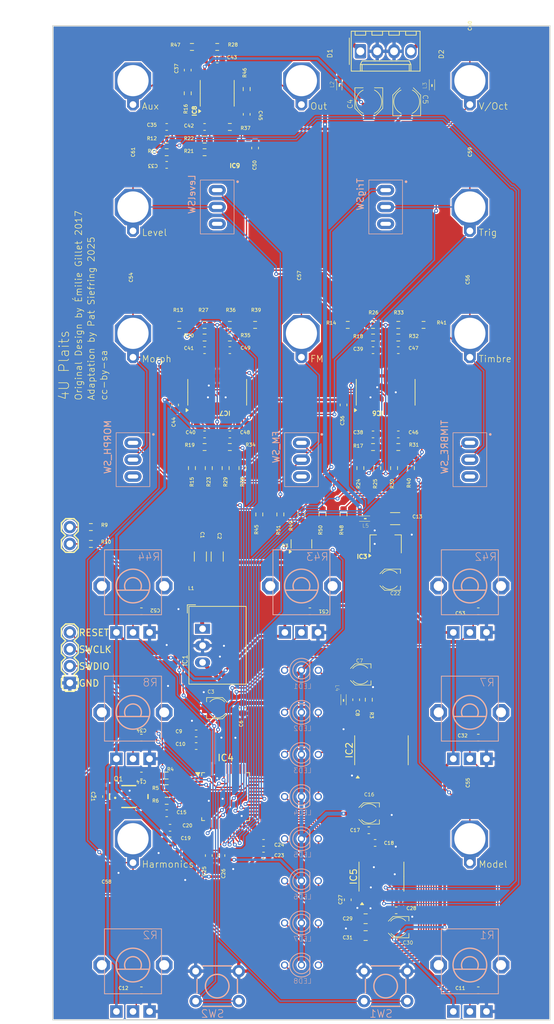
<source format=kicad_pcb>
(kicad_pcb (version 20240108) (generator "pcbnew") (generator_version "8.0")
  (layers (0 "F.Cu" signal) (31 "B.Cu" signal) (34 "B.Paste" user) (35 "F.Paste" user) (36 "B.SilkS" user "B.Silkscreen") (37 "F.SilkS" user "F.Silkscreen") (38 "B.Mask" user) (39 "F.Mask" user) (44 "Edge.Cuts" user))
  (net 0 "")
  (net 1 "GND")
  (net 2 "+3V3_A")
  (net 3 "N$7")
  (net 4 "N$8")
  (net 5 "VEE")
  (net 6 "VCC")
  (net 7 "+3V3")
  (net 8 "RESET")
  (net 9 "SWCLK")
  (net 10 "SWDIO")
  (net 11 "ADC_TRIG")
  (net 12 "V_OCT_IN")
  (net 13 "N$30")
  (net 14 "MORPH_IN")
  (net 15 "N$32")
  (net 16 "FM_IN")
  (net 17 "N$34")
  (net 18 "MODEL_IN")
  (net 19 "N$37")
  (net 20 "N$39")
  (net 21 "HARMONICS_IN")
  (net 22 "N$41")
  (net 23 "N$68")
  (net 24 "LEDS_SIN")
  (net 25 "LEDS_SCK")
  (net 26 "LEDS_SS")
  (net 27 "NORMALIZATION_PROBE")
  (net 28 "AREF_-10")
  (net 29 "N$56")
  (net 30 "N$64")
  (net 31 "N$1")
  (net 32 "N$3")
  (net 33 "TIMBRE_ATT")
  (net 34 "FREQ_POT")
  (net 35 "TIMBRE_POT")
  (net 36 "FREQ_ATT")
  (net 37 "MORPH_POT")
  (net 38 "MORPH_ATT")
  (net 39 "DAC_DIN")
  (net 40 "DAC_BCK")
  (net 41 "DAC_LRCK")
  (net 42 "N$6")
  (net 43 "N$16")
  (net 44 "N$48")
  (net 45 "N$54")
  (net 46 "N$55")
  (net 47 "N$58")
  (net 48 "N$60")
  (net 49 "N$62")
  (net 50 "N$63")
  (net 51 "N$65")
  (net 52 "N$69")
  (net 53 "ADC_V_OCT")
  (net 54 "ADC_FM")
  (net 55 "ADC_TIMBRE")
  (net 56 "ADC_MORPH")
  (net 57 "HARMONICS_POT")
  (net 58 "ADC_HARMONICS")
  (net 59 "ADC_MODEL")
  (net 60 "N$12")
  (net 61 "N$14")
  (net 62 "N$17")
  (net 63 "N$18")
  (net 64 "N$19")
  (net 65 "N$20")
  (net 66 "N$21")
  (net 67 "N$23")
  (net 68 "N$24")
  (net 69 "N$25")
  (net 70 "SW_1")
  (net 71 "SW_2")
  (net 72 "N$26")
  (net 73 "GATE_IN")
  (net 74 "N$28")
  (net 75 "N$36")
  (net 76 "ADC_GATE")
  (net 77 "TX")
  (net 78 "RX")
  (net 79 "N$2")
  (net 80 "N$5")
  (net 81 "N$9")
  (net 82 "N$10")
  (net 83 "N$11")
  (net 84 "N$13")
  (net 85 "N$15")
  (net 86 "N$22")
  (net 87 "N$33")
  (net 88 "N$51")
  (net 89 "N$4")
  (net 90 "N$27")
  (net 91 "N$31")
  (net 92 "GATE_IN1")
  (net 93 "N$29")
  (net 94 "N$35")
  (net 95 "N$38")
  (net 96 "N$40")
  (net 97 "N$42")
  (net 98 "N$46")
  (net 99 "N$47")
  (net 100 "N$43")
  (footprint "Capacitor_SMD:C_0603_1608Metric" (layer "F.Cu") (at 74.295 88.265 180)
    (property "Reference" "C38")
    (property "Value" "100p")
  )
  (footprint "plaits4U:0603" (layer "F.Cu") (at 69.85 128.27 90)
    (property "Reference" "L4")
    (property "Value" "")
  )
  (footprint "Resistor_SMD:R_0603_1608Metric" (layer "F.Cu") (at 56.515 71.755)
    (property "Reference" "R39")
    (property "Value" "100k")
  )
  (footprint "Capacitor_SMD:C_1206_3216Metric" (layer "F.Cu") (at 77.629 100.9648)
    (property "Reference" "C13")
    (property "Value" "22u")
  )
  (footprint "Resistor_SMD:R_0603_1608Metric" (layer "F.Cu") (at 46.99 93.345 -90)
    (property "Reference" "R15")
    (property "Value" "100k")
  )
  (footprint "Library:BananaJackHookup" (layer "F.Cu") (at 63.5 34.925)
    (property "Reference" "REF**" (hide yes))
    (property "Value" "BananaJackHookup" (hide yes))
  )
  (footprint "Capacitor_SMD:C_0603_1608Metric" (layer "F.Cu") (at 52.705 88.265)
    (property "Reference" "C48")
    (property "Value" "1.0n")
  )
  (footprint "Capacitor_SMD:C_0603_1608Metric" (layer "F.Cu") (at 43.701 149.479 180)
    (property "Reference" "C19")
    (property "Value" "1u")
  )
  (footprint "Resistor_SMD:R_0603_1608Metric" (layer "F.Cu") (at 72.39 93.345 -90)
    (property "Reference" "R24")
    (property "Value" "100k")
  )
  (footprint "Package_TO_SOT_SMD:SOT-23" (layer "F.Cu") (at 63.5 104.775 90)
    (property "Reference" "D3")
    (property "Value" "BAT54S")
  )
  (footprint "Capacitor_SMD:C_0603_1608Metric" (layer "F.Cu") (at 48.895 75.565 180)
    (property "Reference" "C41")
    (property "Value" "1.0n")
  )
  (footprint "Resistor_SMD:R_0603_1608Metric" (layer "F.Cu") (at 52.705 71.755 180)
    (property "Reference" "R36")
    (property "Value" "120k")
  )
  (footprint "Capacitor_SMD:C_0603_1608Metric" (layer "F.Cu") (at 90.17 172.085)
    (property "Reference" "C11")
    (property "Value" "100n")
  )
  (footprint "Resistor_SMD:R_0603_1608Metric" (layer "F.Cu") (at 52.705 41.91)
    (property "Reference" "R37")
    (property "Value" "2.2k")
  )
  (footprint "Resistor_SMD:R_0603_1608Metric" (layer "F.Cu") (at 45.085 71.755 180)
    (property "Reference" "R13")
    (property "Value" "100k")
  )
  (footprint "Capacitor_SMD:C_0603_1608Metric" (layer "F.Cu") (at 54.61 129.54 -90)
    (property "Reference" "C6")
    (property "Value" "100n")
  )
  (footprint "Package_SO:TSSOP-24_4.4x7.8mm_P0.65mm" (layer "F.Cu") (at 75.565 135.89 90)
    (property "Reference" "IC2")
    (property "Value" "TLC59281DBQ")
  )
  (footprint "Resistor_SMD:R_0603_1608Metric" (layer "F.Cu") (at 43.18 139.7 180)
    (property "Reference" "R4")
    (property "Value" "10k")
  )
  (footprint "Capacitor_SMD:C_0603_1608Metric" (layer "F.Cu") (at 44.45 83.82 -90)
    (property "Reference" "C44")
    (property "Value" "100n")
  )
  (footprint "Resistor_SMD:R_0603_1608Metric" (layer "F.Cu") (at 74.93 93.345 -90)
    (property "Reference" "R25")
    (property "Value" "200k")
  )
  (footprint "Resistor_SMD:R_0603_1608Metric" (layer "F.Cu") (at 48.895 43.815)
    (property "Reference" "R22")
    (property "Value" "33k")
  )
  (footprint "Resistor_SMD:R_0603_1608Metric" (layer "F.Cu") (at 43.18 43.815 180)
    (property "Reference" "R12")
    (property "Value" "2.2k")
  )
  (footprint "Resistor_SMD:R_0603_1608Metric" (layer "F.Cu") (at 31.75 104.775)
    (property "Reference" "R10")
    (property "Value" "100")
  )
  (footprint "Resistor_SMD:R_0603_1608Metric" (layer "F.Cu") (at 57.15 100.33 -90)
    (property "Reference" "R45")
    (property "Value" "10k")
  )
  (footprint "Resistor_SMD:R_0603_1608Metric" (layer "F.Cu") (at 48.895 71.755)
    (property "Reference" "R27")
    (property "Value" "200k")
  )
  (footprint "Resistor_SMD:R_0603_1608Metric" (layer "F.Cu") (at 66.675 100.33 90)
    (property "Reference" "R50")
    (property "Value" "10k")
  )
  (footprint "Package_QFP:LQFP-48_7x7mm_P0.5mm" (layer "F.Cu") (at 52.07 142.875)
    (property "Reference" "IC4")
    (property "Value" "STM32F373CCT6")
  )
  (footprint "Capacitor_SMD:C_0603_1608Metric" (layer "F.Cu") (at 51.435 151.765 -90)
    (property "Reference" "C26")
    (property "Value" "100n")
  )
  (footprint "plaits4U:PANASONIC_A" (layer "F.Cu") (at 78.105 162.56 180)
    (property "Reference" "C30")
    (property "Value" "10u")
  )
  (footprint "plaits4U:PANASONIC_B" (layer "F.Cu") (at 79.375 38.1 90)
    (property "Reference" "C5")
    (property "Value" "22u")
  )
  (footprint "Capacitor_SMD:C_1206_3216Metric" (layer "F.Cu") (at 48.26 106.68 90)
    (property "Reference" "C1")
    (property "Value" "22u")
  )
  (footprint "Capacitor_SMD:C_0603_1608Metric" (layer "F.Cu") (at 57.785 151.765)
    (property "Reference" "C23")
    (property "Value" "100n")
  )
  (footprint "Resistor_SMD:R_0603_1608Metric_Pad0.98x0.95mm_HandSolder" (layer "F.Cu") (at 55.245 36.195 -90)
    (property "Reference" "R46")
    (property "Value" "1.0k")
  )
  (footprint "Library:BananaJackHookup" (layer "F.Cu") (at 38.1 34.925)
    (property "Reference" "REF**" (hide yes))
    (property "Value" "BananaJackHookup" (hide yes))
  )
  (footprint "Resistor_SMD:R_0603_1608Metric_Pad0.98x0.95mm_HandSolder" (layer "F.Cu") (at 46.99 29.845)
    (property "Reference" "R47")
    (property "Value" "1.0k")
  )
  (footprint "Resistor_SMD:R_0603_1608Metric" (layer "F.Cu") (at 78.105 90.17 180)
    (property "Reference" "R31")
    (property "Value" "33k")
  )
  (footprint "Resistor_SMD:R_0603_1608Metric" (layer "F.Cu") (at 48.895 90.17)
    (property "Reference" "R19")
    (property "Value" "20k")
  )
  (footprint "Capacitor_SMD:C_0603_1608Metric" (layer "F.Cu") (at 78.105 75.565)
    (property "Reference" "C47")
    (property "Value" "1.0n")
  )
  (footprint "plaits4U:0603" (layer "F.Cu") (at 83.185 35.56 90)
    (property "Reference" "L3")
    (property "Value" "")
  )
  (footprint "plaits4U:C0603" (layer "F.Cu") (at 63.5 67.31 90)
    (property "Reference" "C57")
    (property "Value" "ESD")
  )
  (footprint "Library:BananaJackHookup" (layer "F.Cu") (at 88.9 149.225)
    (property "Reference" "REF**" (hide yes))
    (property "Value" "BananaJackHookup" (hide yes))
  )
  (footprint "plaits4U:0603" (layer "F.Cu") (at 69.215 35.56 90)
    (property "Reference" "L2")
    (property "Value" "")
  )
  (footprint "Library:BananaJackHookup" (layer "F.Cu") (at 38.1 73.025)
    (property "Reference" "REF**" (hide yes))
    (property "Value" "BananaJackHookup" (hide yes))
  )
  (footprint "Resistor_SMD:R_0603_1608Metric" (layer "F.Cu") (at 73.66 128.27 90)
    (property "Reference" "R3")
    (property "Value" "10k")
  )
  (footprint "Resistor_SMD:R_0603_1608Metric" (layer "F.Cu") (at 80.01 93.345 -90)
    (property "Reference" "R40")
    (property "Value" "100k")
  )
  (footprint "Resistor_SMD:R_0603_1608Metric" (layer "F.Cu") (at 74.295 90.17)
    (property "Reference" "R17")
    (property "Value" "56k")
  )
  (footprint "Capacitor_SMD:C_0603_1608Metric" (layer "F.Cu") (at 39.37 139.7)
    (property "Reference" "C14")
    (property "Value" "20p")
  )
  (footprint "plaits4U:0603" (layer "F.Cu") (at 73.025 100.965 180)
    (property "Reference" "L5")
    (property "Value" "")
  )
  (footprint "Capacitor_SMD:C_0603_1608Metric" (layer "F.Cu") (at 47.625 133.35 180)
    (property "Reference" "C9")
    (property "Value" "1u")
  )
  (footprint "Capacitor_SMD:C_0603_1608Metric" (layer "F.Cu") (at 78.105 88.265)
    (property "Reference" "C46")
    (property "Value" "100p")
  )
  (footprint "Package_SO:SSOP-20_4.4x6.5mm_P0.65mm" (layer "F.Cu") (at 75.565 154.94 90)
    (property "Reference" "IC5")
    (property "Value" "PCM5100APW")
  )
  (footprint "Package_TO_SOT_SMD:SOT-89-3" (layer "F.Cu") (at 76.2 104.775 90)
    (property "Reference" "IC3")
    (property "Value" "LD2981ABU33")
  )
  (footprint "Package_SO:SOIC-14_3.9x8.7mm_P1.27mm" (layer "F.Cu") (at 50.8 81.915 90)
    (property "Reference" "IC7")
    (property "Value" "MCP6004")
  )
  (footprint "Capacitor_SMD:C_0603_1608Metric" (layer "F.Cu") (at 50.8 31.75 180)
    (property "Reference" "C43")
    (property "Value" "100p")
  )
  (footprint "plaits4U:C0603" (layer "F.Cu") (at 88.9 67.31 90)
    (property "Reference" "C56")
    (property "Value" "ESD")
  )
  (footprint "Capacitor_SMD:C_0603_1608Metric" (layer "F.Cu") (at 49.53 151.765 -90)
    (property "Reference" "C25")
    (property "Value" "1u")
  )
  (footprint "Resistor_SMD:R_0603_1608Metric" (layer "F.Cu") (at 81.915 71.755)
    (property "Reference" "R41")
    (property "Value" "100k")
  )
  (footprint "Capacitor_SMD:C_0603_1608Metric" (layer "F.Cu") (at 74.6121 149.86)
    (property "Reference" "C18")
    (property "Value" "100n")
  )
  (footprint "Resistor_SMD:R_0603_1608Metric" (layer "F.Cu") (at 77.47 93.345 -90)
    (property "Reference" "R30")
    (property "Value" "200k")
  )
  (footprint "Capacitor_SMD:C_0603_1608Metric" (layer "F.Cu") (at 73.66 147.955)
    (property "Reference" "C17")
    (property "Value" "100n")
  )
  (footprint "plaits4U:SOD123" (layer "F.Cu") (at 83.185 30.48 -90)
    (property "Reference" "D2")
    (property "Value" "1N5819HW")
  )
  (footprint "plaits4U:C0603" (layer "F.Cu") (at 38.1 67.31 90)
    (property "Reference" "C54")
    (property "Value" "ESD")
  )
  (footprint "plaits4U:C0603" (layer "F.Cu") (at 36.83 156.21 180)
    (property "Reference" "C58")
    (property "Value" "ESD")
  )
  (footprint "Capacitor_SMD:C_0603_1608Metric" (layer "F.Cu") (at 39.37 133.985)
    (property "Reference" "C34")
    (property "Value" "100n")
  )
  (footprint "plaits4U:1X04" (layer "F.Cu") (at 28.575 125.73 90)
    (property "Reference" "JP6" (hide yes))
    (property "Value" "")
  )
  (footprint "Resistor_SMD:R_0603_1608Metric" (layer "F.Cu") (at 31.75 102.235)
    (property "Reference" "R9")
    (property "Value" "100")
  )
  (footprint "Connector_Molex:Molex_KK-254_AE-6410-04A_1x04_P2.54mm_Vertical" (layer "F.Cu") (at 72.39 30.5)
    (property "Reference" "REF**" (hide yes))
    (property "Value" "Molex_KK-254_AE-6410-04A_1x04_P2.54mm_Vertical" (hide yes))
  )
  (footprint "Capacitor_SMD:C_1206_3216Metric" (layer "F.Cu") (at 50.8 106.68 90)
    (property "Reference" "C2")
    (property "Value" "22u")
  )
  (footprint "Package_SO:SOIC-14_3.9x8.7mm_P1.27mm" (layer "F.Cu") (at 76.2 81.915 90)
    (property "Reference" "IC6")
    (property "Value" "MCP6004")
  )
  (footprint "Resistor_SMD:R_0603_1608Metric" (layer "F.Cu") (at 49.53 93.345 -90)
    (property "Reference" "R23")
    (property "Value" "120k")
  )
  (footprint "Capacitor_SMD:C_0603_1608Metric" (layer "F.Cu") (at 43.18 41.91 180)
    (property "Reference" "C35")
    (property "Value" "1.0n")
  )
  (footprint "Capacitor_SMD:C_0603_1608Metric" (layer "F.Cu") (at 56.515 45.085 -90)
    (property "Reference" "C50")
    (property "Value" "1u")
  )
  (footprint "plaits4U:C0603" (layer "F.Cu") (at 88.9 48.26 90)
    (property "Reference" "C59")
    (property "Value" "ESD")
  )
  (footprint "Resistor_SMD:R_0603_1608Metric" (layer "F.Cu") (at 48.895 73.66)
    (property "Reference" "R20")
    (property "Value" "33k")
  )
  (footprint "plaits4U:DBZ_R-PDSO-G3" (layer "F.Cu") (at 53.34 45.085 90)
    (property "Reference" "IC9")
    (property "Value" "LM4040B10")
  )
  (footprint "Capacitor_SMD:C_0603_1608Metric" (layer "F.Cu") (at 64.77 114.935)
    (property "Reference" "C51")
    (property "Value" "100n")
  )
  (footprint "Resistor_SMD:R_0603_1608Metric" (layer "F.Cu") (at 50.8 29.845)
    (property "Reference" "R28")
    (property "Value" "33k")
  )
  (footprint "plaits4U:1X02" (layer "F.Cu") (at 28.575 102.235 -90)
    (property "Reference" "JP5" (hide yes))
    (property "Value" "")
  )
  (footprint "plaits4U:PANASONIC_A" (layer "F.Cu") (at 72.39 124.46 180)
    (property "Reference" "C7")
    (property "Value" "10u")
  )
  (footprint "Resistor_SMD:R_0603_1608Metric" (layer "F.Cu") (at 43.18 141.605 180)
    (property "Reference" "R5")
    (property "Value" "100")
  )
  (footprint "Resistor_SMD:R_0603_1608Metric" (layer "F.Cu") (at 74.295 71.755)
    (property "Reference" "R26")
    (property "Value" "110k")
  )
  (footprint "Capacitor_SMD:C_0603_1608Metric" (layer "F.Cu") (at 69.85 83.82 -90)
    (property "Reference" "C36")
    (property "Value" "100n")
  )
  (footprint "Capacitor_SMD:C_0805_2012Metric_Pad1.18x1.45mm_HandSolder" (layer "F.Cu") (at 73.1839 161.29)
    (property "Reference" "C29")
    (property "Value" "2.2u")
  )
  (footprint "Capacitor_SMD:C_0603_1608Metric" (layer "F.Cu") (at 52.705 75.565)
    (property "Reference" "C49")
    (property "Value" "1.0n")
  )
  (footprint "plaits4U:PANASONIC_A" (layer "F.Cu") (at 50.8 129.54)
    (property "Reference" "C3")
    (property "Value" "10u")
  )
  (footprint "Capacitor_SMD:C_0603_1608Metric" (layer "F.Cu") (at 47.625 135.255 180)
    (property "Reference" "C10")
    (property "Value" "100n")
  )
  (footprint "Capacitor_SMD:C_0603_1608Metric" (layer "F.Cu") (at 70.485 158.4325 -90)
    (property "Reference" "C27")
    (property "Value" "100n")
  )
  (footprint "Library:BananaJackHookup" (layer "F.Cu") (at 88.9 53.975)
    (property "Reference" "REF**" (hide yes))
    (property "Value" "BananaJackHookup" (hide yes))
  )
  (footprint "plaits4U:CTS406" (layer "F.Cu") (at 37.465 142.87)
    (property "Reference" "Q1")
    (property "Value" "8MHz")
  )
  (footprint "Capacitor_SMD:C_0603_1608Metric" (layer "F.Cu") (at 74.295 75.565 180)
    (property "Reference" "C39")
    (property "Value" "1.0n")
  )
  (footprint "Library:BananaJackHookup" (layer "F.Cu") (at 88.9 73.025)
    (property "Reference" "REF**" (hide yes))
    (property "Value" "BananaJackHookup" (hide yes))
  )
  (footprint "Capacitor_SMD:C_0603_1608Metric" (layer "F.Cu") (at 43.18 145.3896 180)
    (property "Reference" "C15")
    (property "Value" "100n")
  )
  (footprint "Capacitor_SMD:C_0603_1608Metric" (layer "F.Cu") (at 57.785 149.86)
    (property "Reference" "C24")
    (property "Value" "1u")
  )
  (footprint "Resistor_SMD:R_0603_1608Metric" (layer "F.Cu") (at 52.705 90.17 180)
    (property "Reference" "R34")
    (property "Value" "33k")
  )
  (footprint "Capacitor_SMD:C_0603_1608Metric" (layer "F.Cu") (at 90.17 114.935)
    (property "Reference" "C53")
    (property "Value" "100n")
  )
  (footprint "Resistor_SMD:R_0603_1608Metric" (layer "F.Cu") (at 78.105 73.66 180)
    (property "Reference" "R32")
    (property "Value" "20k")
  )
  (footprint "Capacitor_SMD:C_0603_1608Metric" (layer "F.Cu") (at 48.895 41.91 180)
    (property "Reference" "C42")
    (property "Value" "100p")
  )
  (footprint "Capacitor_SMD:C_0603_1608Metric" (layer "F.Cu") (at 43.688 147.574 180)
    (property "Reference" "C20")
    (property "Value" "100n")
  )
  (footprint "plaits4U:PANASONIC_A" (layer "F.Cu") (at 73.66 145.415 180)
    (property "Reference" "C16")
    (property "Value" "10u")
  )
  (footprint "Resistor_SMD:R_0603_1608Metric" (layer "F.Cu") (at 52.705 73.66 180)
    (property "Reference" "R35")
    (property "Value" "20k")
  )
  (footprint "Resistor_SMD:R_0603_1608Metric" (layer "F.Cu") (at 48.895 45.72 180)
    (property "Reference" "R21")
    (property "Value" "10k")
  )
  (footprint "Capacitor_SMD:C_0603_1608Metric" (layer "F.Cu") (at 77.7874 160.02)
    (property "Reference" "C28")
    (property "Value" "100n")
  )
  (footprint "Library:BananaJackHookup" (layer "F.Cu") (at 88.9 34.925)
    (property "Reference" "REF**" (hide yes))
    (property "Value" "BananaJackHookup" (hide yes))
  )
  (footprint "Capacitor_SMD:C_0603_1608Metric" (layer "F.Cu") (at 71.755 128.27 90)
    (property "Reference" "C8")
    (property "Value" "100n")
  )
  (footprint "Converter_DCDC:Converter_DCDC_RECOM_R-78E-0.5_THT" (layer "F.Cu") (at 48.5925 117.568 -90)
    (property "Reference" "IC1")
    (property "Value" "R-78E3.3-0.5")
  )
  (footprint "plaits4U:SOD123" (layer "F.Cu") (at 69.215 30.48 90)
    (property "Reference" "D1")
    (property "Value" "1N5819HW")
  )
  (footprint "Capacitor_SMD:C_0603_1608Metric" (layer "F.Cu") (at 55.245 40.005 90)
    (property "Reference" "C45")
    (property "Value" "100n")
  )
  (footprint "Capacitor_SMD:C_0805_2012Metric_Pad1.18x1.45mm_HandSolder" (layer "F.Cu") (at 73.1837 163.83 180)
    (property "Reference" "C31")
    (property "Value" "2.2u")
  )
  (footprint "Capacitor_SMD:C_0603_1608Metric" (layer "F.Cu") (at 48.895 88.265 180)
    (property "Reference" "C40")
    (property "Value" "1.0n")
  )
  (footprint "plaits4U:C0603" (layer "F.Cu") (at 38.1 48.26 90)
    (property "Reference" "C61")
    (property "Value" "ESD")
  )
  (footprint "Capacitor_SMD:C_0603_1608Metric" (layer "F.Cu") (at 33.02 142.875 -90)
    (property "Reference" "C21")
    (property "Value" "20p")
  )
  (footprint "Resistor_SMD:R_0603_1608Metric" (layer "F.Cu") (at 63.5 100.33 -90)
    (property "Reference" "R49")
    (property "Value" "10k")
  )
  (footprint "Resistor_SMD:R_0603_1608Metric" (layer "F.Cu") (at 69.85 100.33 -90)
    (property "Reference" "R48")
    (property "Value" "10k")
  )
  (footprint "plaits4U:PANASONIC_B" (layer "F.Cu") (at 73.66 38.1 -90)
    (property "Reference" "C4")
    (property "Value" "22u")
  )
  (footprint "Library:BananaJackHookup" (layer "F.Cu") (at 38.1 53.975)
    (property "Reference" "REF**" (hide yes))
    (property "Value" "BananaJackHookup" (hide yes))
  )
  (footprint "Resistor_SMD:R_0603_1608Metric" (layer "F.Cu") (at 43.18 45.72 180)
    (property "Reference" "R11")
    (property "Value" "2.2k")
  )
  (footprint "Resistor_SMD:R_0603_1608Metric" (layer "F.Cu") (at 74.295 73.66)
    (property "Reference" "R18")
    (property "Value" "33k")
  )
  (footprint "Resistor_SMD:R_0603_1608Metric" (layer "F.Cu") (at 52.07 93.345 -90)
    (property "Reference" "R29")
    (property "Value" "140k")
  )
  (footprint "Resistor_SMD:R_0603_1608Metric" (layer "F.Cu") (at 54.61 93.345 -90)
    (property "Reference" "R38")
    (property "Value" "100k")
  )
  (footprint "Resistor_SMD:R_0603_1608Metric" (layer "F.Cu") (at 78.105 71.755 180)
    (property "Reference" "R33")
    (property "Value" "120k")
  )
  (footprint "Library:BananaJackHookup" (layer "F.Cu") (at 38.1 149.225)
    (property "Reference" "REF**" (hide yes))
    (property "Value" "BananaJackHookup" (hide yes))
  )
  (footprint "plaits4U:PANASONIC_A" (layer "F.Cu") (at 76.8352 110.1723 180)
    (property "Reference" "C22")
    (property "Value" "10u")
  )
  (footprint "Capacitor_SMD:C_0603_1608Metric" (layer "F.Cu") (at 43.18 47.625 180)
    (property "Reference" "C33")
    (property "Value" "1.0n")
  )
  (footprint "Capacitor_SMD:C_0603_1608Metric" (layer "F.Cu") (at 90.17 133.985)
    (property "Reference" "C32")
    (property "Value" "100n")
  )
  (footprint "Resistor_SMD:R_0603_1608Metric" (layer "F.Cu") (at 43.18 143.51 180)
    (property "Reference" "R6")
    (property "Value" "100")
  )
  (footprint "Package_SO:SOIC-8_3.9x4.9mm_P1.27mm" (layer "F.Cu") (at 50.8 36.83 90)
    (property "Reference" "IC8")
    (property "Value" "TL072PW")
  )
  (footprint "plaits4U:C0603" (layer "F.Cu") (at 88.9 29.21 90)
    (property "Reference" "C60")
    (property "Value" "ESD")
  )
  (footprint "plaits4U:C0603" (layer "F.Cu") (at 88.9 143.51 90)
    (property "Reference" "C55")
    (property "Value" "ESD")
  )
  (footprint "Library:BananaJackHookup" (layer "F.Cu") (at 63.5 73.025)
    (property "Reference" "REF**" (hide yes))
    (property "Value" "BananaJackHookup" (hide yes))
  )
  (footprint "Capacitor_SMD:C_0603_1608Metric" (layer "F.Cu") (at 39.37 114.935)
    (property "Reference" "C52")
    (property "Value" "100n")
  )
  (footprint "plaits4U:L2012C" (layer "F.Cu") (at 49.53 111.76 180)
    (property "Reference" "L1")
    (property "Value" "33u")
  )
  (footprint "Resistor_SMD:R_0603_1608Metric" (layer "F.Cu") (at 60.325 100.33 -90)
    (property "Reference" "R51")
    (property "Value" "10k")
  )
  (footprint "Resistor_SMD:R_0603_1608Metric" (layer "F.Cu") (at 70.485 71.755 180)
    (property "Reference" "R14")
    (property "Value" "100k")
  )
  (footprint "Capacitor_SMD:C_0603_1608Metric" (layer "F.Cu") (at 39.37 172.085)
    (property "Reference" "C12")
    (property "Value" "100n")
  )
  (footprint "Capacitor_SMD:C_0603_1608Metric" (layer "F.Cu") (at 46.355 33.3375 90)
    (property "Reference" "C37")
    (property "Value" "100n")
  )
  (footprint "Resistor_SMD:R_0603_1608Metric" (layer "F.Cu") (at 46.355 36.83 -90)
    (property "Reference" "R16")
    (property "Value" "10k")
  )
  (footprint "plaits4U:ALPS_POT_VERTICAL_PS" (layer "B.Cu") (at 38.1 111.125)
    (property "Reference" "R44")
    (property "Value" "10kB")
  )
  (footprint "plaits4U:LED-BICOLOR-THROUGHHOLE-LUMEX" (layer "B.Cu") (at 63.5 149.225 180)
    (property "Reference" "LED5")
    (property "Value" "SSL-LX3059IGW-CA" (hide yes))
  )
  (footprint "plaits4U:ALPS_POT_VERTICAL_PS" (layer "B.Cu") (at 38.1 130.175)
    (property "Reference" "R8")
    (property "Value" "10kB")
  )
  (footprint "plaits4U:TACTILE-PTH" (layer "B.Cu") (at 50.8 171.45 180)
    (property "Reference" "SW2")
    (property "Value" "" (hide yes))
  )
  (footprint "Library:SubMiniSwitch2.54mm" (layer "B.Cu") (at 50.8 53.975 -90)
    (property "Reference" "LevelSW")
    (property "Value" "SubMiniSPDT2.54mm")
  )
  (footprint "plaits4U:LED-BICOLOR-THROUGHHOLE-LUMEX" (layer "B.Cu") (at 63.5 168.275 180)
    (property "Reference" "LED8")
    (property "Value" "SSL-LX3059IGW-CA" (hide yes))
  )
  (footprint "plaits4U:TACTILE-PTH" (layer "B.Cu") (at 76.2 171.45 180)
    (property "Reference" "SW1")
    (property "Value" "" (hide yes))
  )
  (footprint "plaits4U:ALPS_POT_VERTICAL_PS" (layer "B.Cu") (at 88.9 111.125)
    (property "Reference" "R42")
    (property "Value" "10kB")
  )
  (footprint "Library:SubMiniSwitch2.54mm" (layer "B.Cu") (at 63.5 92.075 -90)
    (property "Reference" "FM_SW")
    (property "Value" "SubMiniSPDT2.54mm")
  )
  (footprint "plaits4U:LED-BICOLOR-THROUGHHOLE-LUMEX" (layer "B.Cu") (at 63.5 142.875 180)
    (property "Reference" "LED4")
    (property "Value" "SSL-LX3059IGW-CA" (hide yes))
  )
  (footprint "plaits4U:ALPS_POT_VERTICAL_PS" (layer "B.Cu") (at 63.5 111.125)
    (property "Reference" "R43")
    (property "Value" "10kB")
  )
  (footprint "plaits4U:ALPS_POT_VERTICAL_PS" (layer "B.Cu") (at 88.9 168.275)
    (property "Reference" "R1")
    (property "Value" "10kB")
  )
  (footprint "plaits4U:ALPS_POT_VERTICAL_PS" (layer "B.Cu") (at 38.1 168.275)
    (property "Reference" "R2")
    (property "Value" "10kB")
  )
  (footprint "plaits4U:LED-BICOLOR-THROUGHHOLE-LUMEX" (layer "B.Cu") (at 63.5 155.575 180)
    (property "Reference" "LED6")
    (property "Value" "SSL-LX3059IGW-CA" (hide yes))
  )
  (footprint "Library:SubMiniSwitch2.54mm" (layer "B.Cu") (at 38.1 92.075 -90)
    (property "Reference" "MORPH_SW")
    (property "Value" "SubMiniSPDT2.54mm")
  )
  (footprint "Library:SubMiniSwitch2.54mm" (layer "B.Cu") (at 88.9 92.075 -90)
    (property "Reference" "TIMBRE_SW")
    (property "Value" "SubMiniSPDT2.54mm")
  )
  (footprint "plaits4U:LED-BICOLOR-THROUGHHOLE-LUMEX" (layer "B.Cu") (at 63.5 161.925 180)
    (property "Reference" "LED7")
    (property "Value" "SSL-LX3059IGW-CA" (hide yes))
  )
  (footprint "plaits4U:LED-BICOLOR-THROUGHHOLE-LUMEX" (layer "B.Cu") (at 63.5 123.825 180)
    (property "Reference" "LED1")
    (property "Value" "SSL-LX3059IGW-CA" (hide yes))
  )
  (footprint "Library:SubMiniSwitch2.54mm" (layer "B.Cu") (at 76.2 53.975 -90)
    (property "Reference" "TrigSW")
    (property "Value" "SubMiniSPDT2.54mm")
  )
  (footprint "plaits4U:LED-BICOLOR-THROUGHHOLE-LUMEX" (layer "B.Cu") (at 63.5 130.175 180)
    (property "Reference" "LED2")
    (property "Value" "SSL-LX3059IGW-CA" (hide yes))
  )
  (footprint "plaits4U:LED-BICOLOR-THROUGHHOLE-LUMEX" (layer "B.Cu") (at 63.5 136.525 180)
    (property "Reference" "LED3")
    (property "Value" "SSL-LX3059IGW-CA" (hide yes))
  )
  (footprint "plaits4U:ALPS_POT_VERTICAL_PS" (layer "B.Cu") (at 88.9 130.175)
    (property "Reference" "R7")
    (property "Value" "10kB")
  )
  (gr_rect (start 26.035 26.67) (end 100.965 176.53) (stroke (width 0.2)) (fill none) (layer "Edge.Cuts"))
  (gr_text "cc-by-sa" (at 34.29 83.185 90) (layer "F.SilkS") (effects (font (size 1 1) (thickness 0.1)) (justify left bottom)))
  (gr_text "SWCLK" (at 29.845 121.285 0) (layer "F.SilkS") (effects (font (size 1 1)) (justify left bottom)))
  (gr_text "SWDIO" (at 29.845 123.825 0) (layer "F.SilkS") (effects (font (size 1 1)) (justify left bottom)))
  (gr_text "RESET" (at 29.845 118.745 0) (layer "F.SilkS") (effects (font (size 1 1)) (justify left bottom)))
  (gr_text "GND" (at 29.845 126.365 0) (layer "F.SilkS") (effects (font (size 1 1)) (justify left bottom)))
  (gr_text "Original Design by Émilie Gillet 2017" (at 30.48 83.185 90) (layer "F.SilkS") (effects (font (size 1 1) (thickness 0.1)) (justify left bottom)))
  (gr_text "4U Plaits" (at 28.575 83.185 90) (layer "F.SilkS") (effects (font (size 1.5 1.5) (thickness 0.1)) (justify left bottom)))
  (gr_text "Adaptation by Pat Siefring 2025" (at 32.385 83.185 90) (layer "F.SilkS") (effects (font (size 1 1) (thickness 0.1)) (justify left bottom)))
  (via (at 74.549 102.743) (size 0.6) (drill 0.3) (layers "F.Cu" "B.Cu") (net 1))
  (via (at 51.6128 143.2052) (size 0.6) (drill 0.3) (layers "F.Cu" "B.Cu") (net 1))
  (via (at 49.403 82.677) (size 0.6) (drill 0.3) (layers "F.Cu" "B.Cu") (net 1))
  (via (at 71.12 139.7) (size 0.6) (drill 0.3) (layers "F.Cu" "B.Cu") (net 1))
  (via (at 48.768 127.127) (size 0.6) (drill 0.3) (layers "F.Cu" "B.Cu") (net 1))
  (via (at 54.483 145.796) (size 0.6) (drill 0.3) (layers "F.Cu" "B.Cu") (net 1))
  (via (at 43.18 120.015) (size 0.6) (drill 0.3) (layers "F.Cu" "B.Cu") (net 1))
  (via (at 49.53 80.899) (size 0.6) (drill 0.3) (layers "F.Cu" "B.Cu") (net 1))
  (via (at 73.914 82.677) (size 0.6) (drill 0.3) (layers "F.Cu" "B.Cu") (net 1))
  (via (at 77.724 150.4188) (size 0.6) (drill 0.3) (layers "F.Cu" "B.Cu") (net 1))
  (via (at 45.974 155.448) (size 0.6) (drill 0.3) (layers "F.Cu" "B.Cu") (net 1))
  (via (at 50.8 140.1064) (size 0.6) (drill 0.3) (layers "F.Cu" "B.Cu") (net 1))
  (via (at 77.724 81.915) (size 0.6) (drill 0.3) (layers "F.Cu" "B.Cu") (net 1))
  (via (at 53.5432 134.0104) (size 0.6) (drill 0.3) (layers "F.Cu" "B.Cu") (net 1))
  (via (at 69.85 132.715) (size 0.6) (drill 0.3) (layers "F.Cu" "B.Cu") (net 1))
  (via (at 51.435 133.985) (size 0.6) (drill 0.3) (layers "F.Cu" "B.Cu") (net 1))
  (via (at 80.137 103.378) (size 0.6) (drill 0.3) (layers "F.Cu" "B.Cu") (net 1))
  (via (at 73.9648 156.5656) (size 0.6) (drill 0.3) (layers "F.Cu" "B.Cu") (net 1))
  (via (at 74.295 126.365) (size 0.6) (drill 0.3) (layers "F.Cu" "B.Cu") (net 1))
  (via (at 35.9156 154.3812) (size 0.6) (drill 0.3) (layers "F.Cu" "B.Cu") (net 1))
  (via (at 74.93 81.153) (size 0.6) (drill 0.3) (layers "F.Cu" "B.Cu") (net 1))
  (via (at 71.9328 159.6644) (size 0.6) (drill 0.3) (layers "F.Cu" "B.Cu") (net 1))
  (via (at 53.213 153.797) (size 0.6) (drill 0.3) (layers "F.Cu" "B.Cu") (net 1))
  (via (at 46.99 131.445) (size 0.6) (drill 0.3) (layers "F.Cu" "B.Cu") (net 1))
  (via (at 51.816 120.142) (size 0.6) (drill 0.3) (layers "F.Cu" "B.Cu") (net 1))
  (via (at 51.2064 121.7676) (size 0.6) (drill 0.3) (layers "F.Cu" "B.Cu") (net 1))
  (via (at 52.07 82.677) (size 0.6) (drill 0.3) (layers "F.Cu" "B.Cu") (net 1))
  (via (at 44.958 114.6048) (size 0.6) (drill 0.3) (layers "F.Cu" "B.Cu") (net 1))
  (via (at 70.2056 162.7632) (size 0.6) (drill 0.3) (layers "F.Cu" "B.Cu") (net 1))
  (via (at 37.592 141.986) (size 0.6) (drill 0.3) (layers "F.Cu" "B.Cu") (net 1))
  (via (at 73.914 159.7152) (size 0.6) (drill 0.3) (layers "F.Cu" "B.Cu") (net 1))
  (via (at 77.1144 145.6436) (size 0.6) (drill 0.3) (layers "F.Cu" "B.Cu") (net 1))
  (via (at 74.422 153.5176) (size 0.6) (drill 0.3) (layers "F.Cu" "B.Cu") (net 1))
  (via (at 80.2132 160.9852) (size 0.6) (drill 0.3) (layers "F.Cu" "B.Cu") (net 1))
  (via (at 41.9608 151.384) (size 0.6) (drill 0.3) (layers "F.Cu" "B.Cu") (net 1))
  (via (at 49.53 143.51) (size 0.6) (drill 0.3) (layers "F.Cu" "B.Cu") (net 1))
  (via (at 77.5716 154.5844) (size 0.6) (drill 0.3) (layers "F.Cu" "B.Cu") (net 1))
  (via (at 43.3832 126.1872) (size 0.6) (drill 0.3) (layers "F.Cu" "B.Cu") (net 1))
  (via (at 74.549 104.775) (size 0.6) (drill 0.3) (layers "F.Cu" "B.Cu") (net 1))
  (segment (start 50.8 82.55) (end 50.165 81.915) (width 0.2) (layer "F.Cu") (net 2))
  (segment (start 61 118.125) (end 60.4292 118.6958) (width 0.4) (layer "F.Cu") (net 2))
  (segment (start 39.395 121.92) (end 35.6 118.125) (width 0.4) (layer "F.Cu") (net 2))
  (segment (start 57.01 149.2275) (end 54.82 147.0375) (width 0.2) (layer "F.Cu") (net 2))
  (segment (start 47.01 144.125) (end 47.9075 144.125) (width 0.2) (layer "F.Cu") (net 2))
  (segment (start 75.5352 110.1723) (end 83.4879 118.125) (width 0.4) (layer "F.Cu") (net 2))
  (segment (start 76.805 163.7526) (end 76.805 162.56) (width 0.4) (layer "F.Cu") (net 2))
  (segment (start 77.47 164.4176) (end 76.805 163.7526) (width 0.4) (layer "F.Cu") (net 2))
  (segment (start 57.01 146.4025) (end 56.2325 145.625) (width 0.2) (layer "F.Cu") (net 2))
  (segment (start 71.6253 114.0822) (end 63.0828 114.0822) (width 0.4) (layer "F.Cu") (net 2))
  (segment (start 69.85 83.045) (end 69.85 82.55) (width 0.2) (layer "F.Cu") (net 2))
  (segment (start 43.815 121.92) (end 39.395 121.92) (width 0.4) (layer "F.Cu") (net 2))
  (segment (start 77.19 156.7428) (end 76.4032 155.956) (width 0.2) (layer "F.Cu") (net 2))
  (segment (start 83.4879 118.125) (end 86.4 118.125) (width 0.4) (layer "F.Cu") (net 2))
  (segment (start 70.485 81.915) (end 75.565 81.915) (width 0.2) (layer "F.Cu") (net 2))
  (segment (start 77.19 157.815) (end 77.19 156.7428) (width 0.2) (layer "F.Cu") (net 2))
  (segment (start 72.64 157.815) (end 70.6425 157.815) (width 0.2) (layer "F.Cu") (net 2))
  (segment (start 70.6425 157.815) (end 70.485 157.6575) (width 0.2) (layer "F.Cu") (net 2))
  (segment (start 44.437 83.058) (end 44.45 83.045) (width 0.4) (layer "F.Cu") (net 2))
  (segment (start 77.19 157.815) (end 77.19 159.8424) (width 0.2) (layer "F.Cu") (net 2))
  (segment (start 50.8 84.39) (end 50.8 82.55) (width 0.2) (layer "F.Cu") (net 2))
  (segment (start 60.4292 118.6958) (end 57.1992 118.6958) (width 0.4) (layer "F.Cu") (net 2))
  (segment (start 72.64 156.8236) (end 72.64 157.815) (width 0.2) (layer "F.Cu") (net 2))
  (segment (start 76.4032 155.956) (end 73.5076 155.956) (width 0.2) (layer "F.Cu") (net 2))
  (segment (start 69.85 82.55) (end 70.485 81.915) (width 0.2) (layer "F.Cu") (net 2))
  (segment (start 45.085 81.915) (end 44.45 82.55) (width 0.2) (layer "F.Cu") (net 2))
  (segment (start 44.45 150.495) (end 44.45 149.365) (width 0.4) (layer "F.Cu") (net 2))
  (segment (start 85.09 138.485) (end 85.09 162.56) (width 0.4) (layer "F.Cu") (net 2))
  (segment (start 44.45 82.55) (end 44.45 83.045) (width 0.2) (layer "F.Cu") (net 2))
  (segment (start 77.0124 160.02) (end 77.0124 162.3526) (width 0.2) (layer "F.Cu") (net 2))
  (segment (start 44.59 147.955) (end 44.59 149.225) (width 0.2) (layer "F.Cu") (net 2))
  (segment (start 76.2 82.55) (end 76.2 84.39) (width 0.2) (layer "F.Cu") (net 2))
  (segment (start 77.0124 162.3526) (end 76.805 162.56) (width 0.2) (layer "F.Cu") (net 2))
  (segment (start 53.835 154.94) (end 57.01 151.765) (width 0.4) (layer "F.Cu") (net 2))
  (segment (start 44.45 149.365) (end 44.59 149.225) (width 0.4) (layer "F.Cu") (net 2))
  (segment (start 42.8752 83.058) (end 44.437 83.058) (width 0.4) (layer "F.Cu") (net 2))
  (segment (start 63.0828 114.0822) (end 61 116.165) (width 0.4) (layer "F.Cu") (net 2))
  (segment (start 50.165 81.915) (end 45.085 81.915) (width 0.2) (layer "F.Cu") (net 2))
  (segment (start 49.53 154.94) (end 53.835 154.94) (width 0.4) (layer "F.Cu") (net 2))
  (segment (start 57.1992 118.6958) (end 52.07 123.825) (width 0.4) (layer "F.Cu") (net 2))
  (segment (start 57.01 149.86) (end 57.01 149.2275) (width 0.2) (layer "F.Cu") (net 2))
  (segment (start 58.2806 83.045) (end 69.85 83.045) (width 0.4) (layer "F.Cu") (net 2))
  (segment (start 57.01 151.765) (end 57.01 149.86) (width 0.2) (layer "F.Cu") (net 2))
  (segment (start 44.59 146.545) (end 47.01 144.125) (width 0.2) (layer "F.Cu") (net 2))
  (segment (start 73.5076 155.956) (end 72.64 156.8236) (width 0.2) (layer "F.Cu") (net 2))
  (segment (start 86.4 137.175) (end 85.09 138.485) (width 0.4) (layer "F.Cu") (net 2))
  (segment (start 57.01 149.86) (end 57.01 146.4025) (width 0.2) (layer "F.Cu") (net 2))
  (segment (start 74.7 109.3371) (end 75.5352 110.1723) (width 0.4) (layer "F.Cu") (net 2))
  (segment (start 74.7 106.725) (end 74.7 109.3371) (width 0.4) (layer "F.Cu") (net 2))
  (segment (start 75.5352 110.1723) (end 71.6253 114.0822) (width 0.4) (layer "F.Cu") (net 2))
  (segment (start 44.59 147.955) (end 44.59 146.545) (width 0.2) (layer "F.Cu") (net 2))
  (segment (start 55.6006 85.725) (end 58.2806 83.045) (width 0.4) (layer "F.Cu") (net 2))
  (segment (start 77.19 159.8424) (end 77.0124 160.02) (width 0.2) (layer "F.Cu") (net 2))
  (segment (start 61 116.165) (end 61 118.125) (width 0.4) (layer "F.Cu") (net 2))
  (segment (start 75.565 81.915) (end 76.2 82.55) (width 0.2) (layer "F.Cu") (net 2))
  (via (at 44.45 150.495) (size 0.6) (drill 0.3) (layers "F.Cu" "B.Cu") (net 2))
  (via (at 42.8752 83.058) (size 0.6) (drill 0.3) (layers "F.Cu" "B.Cu") (net 2))
  (via (at 55.6006 85.725) (size 0.6) (drill 0.3) (layers "F.Cu" "B.Cu") (net 2))
  (via (at 49.53 154.94) (size 0.6) (drill 0.3) (layers "F.Cu" "B.Cu") (net 2))
  (via (at 52.07 123.825) (size 0.6) (drill 0.3) (layers "F.Cu" "B.Cu") (net 2))
  (via (at 77.47 164.4176) (size 0.6) (drill 0.3) (layers "F.Cu" "B.Cu") (net 2))
  (via (at 85.09 162.56) (size 0.6) (drill 0.3) (layers "F.Cu" "B.Cu") (net 2))
  (via (at 43.815 121.92) (size 0.6) (drill 0.3) (layers "F.Cu" "B.Cu") (net 2))
  (segment (start 35.6 168.144658) (end 35.6 175.275) (width 0.4) (layer "B.Cu") (net 2))
  (segment (start 35.6 103.505712) (end 42.8752 96.230512) (width 0.4) (layer "B.Cu") (net 2))
  (segment (start 46.855 87.0378) (end 42.8752 83.058) (width 0.4) (layer "B.Cu") (net 2))
  (segment (start 55.6006 85.725) (end 54.2878 87.0378) (width 0.4) (layer "B.Cu") (net 2))
  (segment (start 35.6 137.175) (end 34.29 138.485) (width 0.4) (layer "B.Cu") (net 2))
  (segment (start 35.6 118.125) (end 35.6 103.505712) (width 0.4) (layer "B.Cu") (net 2))
  (segment (start 86.4 173.3476) (end 86.4 175.275) (width 0.4) (layer "B.Cu") (net 2))
  (segment (start 34.29 138.485) (end 34.29 166.834658) (width 0.4) (layer "B.Cu") (net 2))
  (segment (start 54.2878 87.0378) (end 46.855 87.0378) (width 0.4) (layer "B.Cu") (net 2))
  (segment (start 35.6 141.645) (end 44.45 150.495) (width 0.4) (layer "B.Cu") (net 2))
  (segment (start 77.47 164.4176) (end 86.4 173.3476) (width 0.4) (layer "B.Cu") (net 2))
  (segment (start 50.8 125.095) (end 47.313554 125.095) (width 0.4) (layer "B.Cu") (net 2))
  (segment (start 85.09 162.56) (end 79.3276 162.56) (width 0.4) (layer "B.Cu") (net 2))
  (segment (start 48.895 154.94) (end 49.53 154.94) (width 0.4) (layer "B.Cu") (net 2))
  (segment (start 34.29 166.834658) (end 35.6 168.144658) (width 0.4) (layer "B.Cu") (net 2))
  (segment (start 79.3276 162.56) (end 77.47 164.4176) (width 0.4) (layer "B.Cu") (net 2))
  (segment (start 52.07 123.825) (end 50.8 125.095) (width 0.4) (layer "B.Cu") (net 2))
  (segment (start 86.4 118.125) (end 86.4 137.175) (width 0.4) (layer "B.Cu") (net 2))
  (segment (start 35.6 118.125) (end 35.6 137.175) (width 0.4) (layer "B.Cu") (net 2))
  (segment (start 35.6 137.175) (end 35.6 141.645) (width 0.4) (layer "B.Cu") (net 2))
  (segment (start 44.45 150.495) (end 48.895 154.94) (width 0.4) (layer "B.Cu") (net 2))
  (segment (start 42.8752 96.230512) (end 42.8752 83.058) (width 0.4) (layer "B.Cu") (net 2))
  (segment (start 44.138554 121.92) (end 43.815 121.92) (width 0.4) (layer "B.Cu") (net 2))
  (segment (start 47.313554 125.095) (end 44.138554 121.92) (width 0.4) (layer "B.Cu") (net 2))
  (segment (start 44.005 141.605) (end 44.525 142.125) (width 0.2) (layer "F.Cu") (net 3))
  (segment (start 44.525 142.125) (end 47.9075 142.125) (width 0.2) (layer "F.Cu") (net 3))
  (segment (start 44.005 143.51) (end 44.89 142.625) (width 0.2) (layer "F.Cu") (net 4))
  (segment (start 44.89 142.625) (end 47.9075 142.625) (width 0.2) (layer "F.Cu") (net 4))
  (segment (start 55.245 39.23) (end 57.0928 41.0778) (width 0.4) (layer "F.Cu") (net 5))
  (segment (start 52.705 39.305) (end 52.705 41.085) (width 0.4) (layer "F.Cu") (net 5))
  (segment (start 58.2168 42.2148) (end 76.8602 42.2148) (width 0.4) (layer "F.Cu") (net 5))
  (segment (start 55.245 39.23) (end 52.78 39.23) (width 0.4) (layer "F.Cu") (net 5))
  (segment (start 76.8602 42.2148) (end 79.375 39.7) (width 0.4) (layer "F.Cu") (net 5))
  (segment (start 52.78 39.23) (end 52.705 39.305) (width 0.4) (layer "F.Cu") (net 5))
  (segment (start 57.0928 41.0778) (end 57.0928 41.0908) (width 0.4) (layer "F.Cu") (net 5))
  (segment (start 82.615 36.46) (end 79.375 39.7) (width 0.4) (layer "F.Cu") (net 5))
  (segment (start 83.185 36.46) (end 82.615 36.46) (width 0.4) (layer "F.Cu") (net 5))
  (segment (start 52.705 41.085) (end 51.88 41.91) (width 0.4) (layer "F.Cu") (net 5))
  (segment (start 57.0928 41.0908) (end 58.2168 42.2148) (width 0.4) (layer "F.Cu") (net 5))
  (segment (start 72.455 39.7) (end 69.215 36.46) (width 0.4) (layer "F.Cu") (net 6))
  (segment (start 72.4916 38.1508) (end 73.66 39.3192) (width 0.4) (layer "F.Cu") (net 6))
  (segment (start 73.66 39.7) (end 72.455 39.7) (width 0.4) (layer "F.Cu") (net 6))
  (segment (start 48.895 32.8422) (end 48.9204 32.8168) (width 0.4) (layer "F.Cu") (net 6))
  (segment (start 46.355 34.1125) (end 48.6525 34.1125) (width 0.4) (layer "F.Cu") (net 6))
  (segment (start 48.6525 34.1125) (end 48.895 34.355) (width 0.4) (layer "F.Cu") (net 6))
  (segment (start 48.895 34.355) (end 48.895 32.8422) (width 0.4) (layer "F.Cu") (net 6))
  (segment (start 73.66 39.3192) (end 73.66 39.7) (width 0.4) (layer "F.Cu") (net 6))
  (via (at 72.4916 38.1508) (size 0.6) (drill 0.3) (layers "F.Cu" "B.Cu") (net 6))
  (via (at 48.9204 32.8168) (size 0.6) (drill 0.3) (layers "F.Cu" "B.Cu") (net 6))
  (segment (start 65.9384 31.5976) (end 72.4916 38.1508) (width 0.4) (layer "B.Cu") (net 6))
  (segment (start 50.1396 31.5976) (end 65.9384 31.5976) (width 0.4) (layer "B.Cu") (net 6))
  (segment (start 48.9204 32.8168) (end 50.1396 31.5976) (width 0.4) (layer "B.Cu") (net 6))
  (segment (start 49.32 136.175) (end 48.4 135.255) (width 0.2) (layer "F.Cu") (net 7))
  (segment (start 72.885 147.955) (end 72.64 148.2) (width 0.2) (layer "F.Cu") (net 7))
  (segment (start 52.845 152.4) (end 51.435 150.99) (width 0.4) (layer "F.Cu") (net 7))
  (segment (start 48.4 139.6325) (end 47.9075 140.125) (width 0.2) (layer "F.Cu") (net 7))
  (segment (start 69.85 145.4404) (end 72.3346 145.4404) (width 0.6) (layer "F.Cu") (net 7))
  (segment (start 52.1 129.54) (end 52.1 126.1555) (width 0.6) (layer "F.Cu") (net 7))
  (segment (start 64.531 122.794) (end 66.914 122.794) (width 0.6) (layer "F.Cu") (net 7))
  (segment (start 48.4 133.24) (end 52.1 129.54) (width 0.4) (layer "F.Cu") (net 7))
  (segment (start 78.486 149.5044) (end 75.6412 146.6596) (width 0.2) (layer "F.Cu") (net 7))
  (segment (start 48.4 133.35) (end 48.4 133.24) (width 0.4) (layer "F.Cu") (net 7))
  (segment (start 51.32 150.875) (end 51.32 147.0375) (width 0.2) (layer "F.Cu") (net 7))
  (segment (start 63.5 123.825) (end 64.531 122.794) (width 0.6) (layer "F.Cu") (net 7))
  (segment (start 51.435 150.99) (end 49.53 150.99) (width 0.2) (layer "F.Cu") (net 7))
  (segment (start 74.1804 146.6596) (end 72.885 147.955) (width 0.2) (layer "F.Cu") (net 7))
  (segment (start 72.3346 145.4404) (end 72.36 145.415) (width 0.6) (layer "F.Cu") (net 7))
  (segment (start 78.486 151.286001) (end 78.486 149.5044) (width 0.2) (layer "F.Cu") (net 7))
  (segment (start 74.59 149.420598) (end 73.124402 147.955) (width 0.2) (layer "F.Cu") (net 7))
  (segment (start 64.45 105.7125) (end 68.1505 105.7125) (width 0.2) (layer "F.Cu") (net 7))
  (segment (start 72.36 147.43) (end 72.885 147.955) (width 0.4) (layer "F.Cu") (net 7))
  (segment (start 73.124402 147.955) (end 72.885 147.955) (width 0.2) (layer "F.Cu") (net 7))
  (segment (start 47.9075 140.125) (end 44.43 140.125) (width 0.2) (layer "F.Cu") (net 7))
  (segment (start 66.914 122.794) (end 69.85 125.73) (width 0.6) (layer "F.Cu") (net 7))
  (segment (start 78.49 151.290001) (end 78.486 151.286001) (width 0.2) (layer "F.Cu") (net 7))
  (segment (start 54.61 128.765) (end 52.875 128.765) (width 0.6) (layer "F.Cu") (net 7))
  (segment (start 53.34 152.4) (end 52.845 152.4) (width 0.4) (layer "F.Cu") (net 7))
  (segment (start 49.32 138.7125) (end 49.32 136.175) (width 0.2) (layer "F.Cu") (net 7))
  (segment (start 72.64 148.2) (end 72.64 152.065) (width 0.2) (layer "F.Cu") (net 7))
  (segment (start 78.49 152.065) (end 78.49 151.290001) (width 0.2) (layer "F.Cu") (net 7))
  (segment (start 75.6412 146.6596) (end 74.1804 146.6596) (width 0.2) (layer "F.Cu") (net 7))
  (segment (start 48.4 133.35) (end 48.4 135.255) (width 0.2) (layer "F.Cu") (net 7))
  (segment (start 52.1 126.1555) (end 48.5925 122.648) (width 0.6) (layer "F.Cu") (net 7))
  (segment (start 52.875 128.765) (end 52.1 129.54) (width 0.6) (layer "F.Cu") (net 7))
  (segment (start 74.59 152.065) (end 74.59 149.420598) (width 0.2) (layer "F.Cu") (net 7))
  (segment (start 72.36 145.415) (end 72.36 147.43) (width 0.4) (layer "F.Cu") (net 7))
  (segment (start 63.5 123.825) (end 58.56 128.765) (width 0.6) (layer "F.Cu") (net 7))
  (segment (start 44.43 140.125) (end 44.005 139.7) (width 0.2) (layer "F.Cu") (net 7))
  (segment (start 51.435 150.99) (end 51.32 150.875) (width 0.2) (layer "F.Cu") (net 7))
  (segment (start 68.1505 105.7125) (end 68.199 105.664) (width 0.2) (layer "F.Cu") (net 7))
  (segment (start 58.56 128.765) (end 54.61 128.765) (width 0.6) (layer "F.Cu") (net 7))
  (segment (start 48.4 135.255) (end 48.4 139.6325) (width 0.2) (layer "F.Cu") (net 7))
  (segment (start 69.85 125.73) (end 69.85 127.57) (width 0.6) (layer "F.Cu") (net 7))
  (via (at 53.34 152.4) (size 0.6) (drill 0.3) (layers "F.Cu" "B.Cu") (net 7))
  (via (at 68.199 105.664) (size 0.6) (drill 0.3) (layers "F.Cu" "B.Cu") (net 7))
  (via (at 69.85 145.4404) (size 0.6) (drill 0.3) (layers "F.Cu" "B.Cu") (net 7))
  (segment (start 63.5 142.875) (end 63.5 149.225) (width 0.6) (layer "B.Cu") (net 7))
  (segment (start 63.5 130.175) (end 63.5 123.825) (width 0.6) (layer "B.Cu") (net 7))
  (segment (start 69.7478 107.2128) (end 69.7478 117.5772) (width 0.2) (layer "B.Cu") (net 7))
  (segment (start 68.199 105.664) (end 69.7478 107.2128) (width 0.2) (layer "B.Cu") (net 7))
  (segment (start 63.5 136.525) (end 63.5 130.175) (width 0.6) (layer "B.Cu") (net 7))
  (segment (start 63.5 155.575) (end 63.5 161.925) (width 0.6) (layer "B.Cu") (net 7))
  (segment (start 63.5 149.225) (end 67.2846 145.4404) (width 0.6) (layer "B.Cu") (net 7))
  (segment (start 63.5 161.925) (end 63.5 168.275) (width 0.6) (layer "B.Cu") (net 7))
  (segment (start 63.5 142.875) (end 63.5 136.525) (width 0.6) (layer "B.Cu") (net 7))
  (segment (start 63.5 149.225) (end 63.5 155.575) (width 0.6) (layer "B.Cu") (net 7))
  (segment (start 63.5 155.575) (end 60.325 152.4) (width 0.4) (layer "B.Cu") (net 7))
  (segment (start 69.7478 117.5772) (end 63.5 123.825) (width 0.2) (layer "B.Cu") (net 7))
  (segment (start 67.2846 145.4404) (end 69.85 145.4404) (width 0.6) (layer "B.Cu") (net 7))
  (segment (start 60.325 152.4) (end 53.34 152.4) (width 0.4) (layer "B.Cu") (net 7))
  (segment (start 43.955 145.275) (end 46.105 143.125) (width 0.2) (layer "F.Cu") (net 8))
  (segment (start 42.545 133.04696) (end 34.925 125.42696) (width 0.2) (layer "F.Cu") (net 8))
  (segment (start 43.955 145.3896) (end 43.955 145.275) (width 0.2) (layer "F.Cu") (net 8))
  (segment (start 42.545 138.43) (end 42.545 139.51) (width 0.2) (layer "F.Cu") (net 8))
  (segment (start 34.925 125.42696) (end 34.925 124.46) (width 0.2) (layer "F.Cu") (net 8))
  (segment (start 34.925 124.46) (end 28.575 118.11) (width 0.2) (layer "F.Cu") (net 8))
  (segment (start 42.545 139.51) (end 42.355 139.7) (width 0.2) (layer "F.Cu") (net 8))
  (segment (start 42.545 138.43) (end 42.545 133.04696) (width 0.2) (layer "F.Cu") (net 8))
  (segment (start 46.105 143.125) (end 47.9075 143.125) (width 0.2) (layer "F.Cu") (net 8))
  (via (at 45.085 144.145) (size 0.6) (drill 0.3) (layers "F.Cu" "B.Cu") (net 8))
  (via (at 42.545 138.43) (size 0.6) (drill 0.3) (layers "F.Cu" "B.Cu") (net 8))
  (segment (start 42.545 141.605) (end 42.545 138.43) (width 0.2) (layer "B.Cu") (net 8))
  (segment (start 45.085 144.145) (end 42.545 141.605) (width 0.2) (layer "B.Cu") (net 8))
  (segment (start 41.9672 133.3564) (end 29.2608 120.65) (width 0.2) (layer "F.Cu") (net 9))
  (segment (start 41.9672 133.4008) (end 41.9672 133.3564) (width 0.2) (layer "F.Cu") (net 9))
  (segment (start 54.0988 141.4812) (end 50.6762 141.4812) (width 0.2) (layer "F.Cu") (net 9))
  (segment (start 54.82 140.76) (end 54.0988 141.4812) (width 0.2) (layer "F.Cu") (net 9))
  (segment (start 54.82 138.7125) (end 54.82 140.76) (width 0.2) (layer "F.Cu") (net 9))
  (segment (start 50.6762 141.4812) (end 49.53 140.335) (width 0.2) (layer "F.Cu") (net 9))
  (segment (start 29.2608 120.65) (end 28.575 120.65) (width 0.2) (layer "F.Cu") (net 9))
  (via (at 49.53 140.335) (size 0.6) (drill 0.3) (layers "F.Cu" "B.Cu") (net 9))
  (via (at 41.9672 133.4008) (size 0.6) (drill 0.3) (layers "F.Cu" "B.Cu") (net 9))
  (segment (start 42.149333 134.0422) (end 42.4878 134.380667) (width 0.2) (layer "B.Cu") (net 9))
  (segment (start 42.4878 134.380667) (end 42.4878 134.5628) (width 0.2) (layer "B.Cu") (net 9))
  (segment (start 42.149333 133.582933) (end 42.149333 134.0422) (width 0.2) (layer "B.Cu") (net 9))
  (segment (start 48.26 140.335) (end 49.53 140.335) (width 0.2) (layer "B.Cu") (net 9))
  (segment (start 41.9672 133.4008) (end 42.149333 133.582933) (width 0.2) (layer "B.Cu") (net 9))
  (segment (start 42.4878 134.5628) (end 48.26 140.335) (width 0.2) (layer "B.Cu") (net 9))
  (segment (start 41.91 134.62) (end 41.656 134.366) (width 0.2) (layer "F.Cu") (net 10))
  (segment (start 55.493988 141.125) (end 54.759988 141.859) (width 0.2) (layer "F.Cu") (net 10))
  (segment (start 41.3894 133.31289) (end 31.26651 123.19) (width 0.2) (layer "F.Cu") (net 10))
  (segment (start 41.3894 133.640133) (end 41.3894 133.31289) (width 0.2) (layer "F.Cu") (net 10))
  (segment (start 41.656 133.906733) (end 41.3894 133.640133) (width 0.2) (layer "F.Cu") (net 10))
  (segment (start 56.2325 141.125) (end 55.493988 141.125) (width 0.2) (layer "F.Cu") (net 10))
  (segment (start 54.759988 141.859) (end 49.890275 141.859) (width 0.2) (layer "F.Cu") (net 10))
  (segment (start 41.656 134.366) (end 41.656 133.906733) (width 0.2) (layer "F.Cu") (net 10))
  (segment (start 49.890275 141.859) (end 49.122799 141.091524) (width 0.2) (layer "F.Cu") (net 10))
  (segment (start 31.26651 123.19) (end 28.575 123.19) (width 0.2) (layer "F.Cu") (net 10))
  (via (at 49.122799 141.091524) (size 0.6) (drill 0.3) (layers "F.Cu" "B.Cu") (net 10))
  (via (at 41.91 134.62) (size 0.6) (drill 0.3) (layers "F.Cu" "B.Cu") (net 10))
  (segment (start 48.381524 141.091524) (end 41.91 134.62) (width 0.2) (layer "B.Cu") (net 10))
  (segment (start 49.122799 141.091524) (end 48.381524 141.091524) (width 0.2) (layer "B.Cu") (net 10))
  (segment (start 73.52 88.265) (end 72.39 87.135) (width 0.2) (layer "F.Cu") (net 11))
  (segment (start 68.385612 95.254388) (end 73.47 90.17) (width 0.2) (layer "F.Cu") (net 11))
  (segment (start 51.82 149.998192) (end 51.82 147.0375) (width 0.2) (layer "F.Cu") (net 11))
  (segment (start 73.47 90.17) (end 73.47 88.315) (width 0.2) (layer "F.Cu") (net 11))
  (segment (start 72.39 87.135) (end 72.39 84.39) (width 0.2) (layer "F.Cu") (net 11))
  (segment (start 51.8978 150.075992) (end 51.82 149.998192) (width 0.2) (layer "F.Cu") (net 11))
  (segment (start 68.385612 96.409588) (end 68.385612 95.254388) (width 0.2) (layer "F.Cu") (net 11))
  (segment (start 73.47 88.315) (end 73.52 88.265) (width 0.2) (layer "F.Cu") (net 11))
  (via (at 68.385612 96.409588) (size 0.6) (drill 0.3) (layers "F.Cu" "B.Cu") (net 11))
  (via (at 51.8978 150.075992) (size 0.6) (drill 0.3) (layers "F.Cu" "B.Cu") (net 11))
  (segment (start 68.385612 96.409588) (end 68.385612 96.637298) (width 0.2) (layer "B.Cu") (net 11))
  (segment (start 68.385612 96.637298) (end 65.98831 99.0346) (width 0.2) (layer "B.Cu") (net 11))
  (segment (start 55.9402 107.10151) (end 55.9402 146.032233) (width 0.2) (layer "B.Cu") (net 11))
  (segment (start 55.9402 146.032233) (end 51.8978 150.074633) (width 0.2) (layer "B.Cu") (net 11))
  (segment (start 64.00711 99.0346) (end 55.9402 107.10151) (width 0.2) (layer "B.Cu") (net 11))
  (segment (start 65.98831 99.0346) (end 64.00711 99.0346) (width 0.2) (layer "B.Cu") (net 11))
  (segment (start 51.8978 150.074633) (end 51.8978 150.075992) (width 0.2) (layer "B.Cu") (net 11))
  (segment (start 63.054868 85.2424) (end 54.61 93.687268) (width 0.2) (layer "F.Cu") (net 12))
  (segment (start 88.9 34.925) (end 88.9 30.06) (width 0.2) (layer "F.Cu") (net 12))
  (segment (start 68.4784 85.2424) (end 63.054868 85.2424) (width 0.2) (layer "F.Cu") (net 12))
  (segment (start 54.61 93.687268) (end 54.61 94.17) (width 0.2) (layer "F.Cu") (net 12))
  (segment (start 83.82 54.5528) (end 83.82 43.615) (width 0.2) (layer "F.Cu") (net 12))
  (segment (start 83.82 43.615) (end 88.9 38.535) (width 0.2) (layer "F.Cu") (net 12))
  (via (at 68.4784 85.2424) (size 0.6) (drill 0.3) (layers "F.Cu" "B.Cu") (net 12))
  (via (at 83.82 54.5528) (size 0.6) (drill 0.3) (layers "F.Cu" "B.Cu") (net 12))
  (segment (start 68.4784 77.0636) (end 83.566 61.976) (width 0.2) (layer "B.Cu") (net 12))
  (segment (start 83.566 54.8068) (end 83.82 54.5528) (width 0.2) (layer "B.Cu") (net 12))
  (segment (start 68.4784 85.2424) (end 68.4784 77.0636) (width 0.2) (layer "B.Cu") (net 12))
  (segment (start 83.566 61.976) (end 83.566 54.8068) (width 0.2) (layer "B.Cu") (net 12))
  (segment (start 51.88 90.17) (end 51.88 90.615) (width 0.2) (layer "F.Cu") (net 13))
  (segment (start 51.88 90.615) (end 52.07 90.805) (width 0.2) (layer "F.Cu") (net 13))
  (segment (start 51.93 88.265) (end 51.93 90.12) (width 0.2) (layer "F.Cu") (net 13))
  (segment (start 53.34 86.855) (end 53.34 84.39) (width 0.2) (layer "F.Cu") (net 13))
  (segment (start 52.07 92.52) (end 54.61 92.52) (width 0.2) (layer "F.Cu") (net 13))
  (segment (start 51.93 88.265) (end 53.34 86.855) (width 0.2) (layer "F.Cu") (net 13))
  (segment (start 51.93 90.12) (end 51.88 90.17) (width 0.2) (layer "F.Cu") (net 13))
  (segment (start 52.07 90.805) (end 52.07 92.52) (width 0.2) (layer "F.Cu") (net 13))
  (segment (start 54.100158 81.534) (end 44.958 81.534) (width 0.2) (layer "F.Cu") (net 14))
  (segment (start 57.34 78.294158) (end 54.100158 81.534) (width 0.2) (layer "F.Cu") (net 14))
  (segment (start 40.059 76.635) (end 38.1 76.635) (width 0.2) (layer "F.Cu") (net 14))
  (segment (start 57.34 71.755) (end 57.34 78.294158) (width 0.2) (layer "F.Cu") (net 14))
  (segment (start 44.958 81.534) (end 40.059 76.635) (width 0.2) (layer "F.Cu") (net 14))
  (segment (start 38.1 73.025) (end 38.1 68.16) (width 0.2) (layer "F.Cu") (net 14))
  (segment (start 40.1878 89.9872) (end 40.1878 78.7228) (width 0.2) (layer "B.Cu") (net 14))
  (segment (start 38.1 92.075) (end 40.1878 89.9872) (width 0.2) (layer "B.Cu") (net 14))
  (segment (start 40.1878 78.7228) (end 38.1 76.635) (width 0.2) (layer "B.Cu") (net 14))
  (segment (start 51.93 75.565) (end 53.34 76.975) (width 0.2) (layer "F.Cu") (net 15))
  (segment (start 53.53 71.755) (end 53.53 72.01) (width 0.2) (layer "F.Cu") (net 15))
  (segment (start 53.53 72.01) (end 51.88 73.66) (width 0.2) (layer "F.Cu") (net 15))
  (segment (start 51.88 75.515) (end 51.93 75.565) (width 0.2) (layer "F.Cu") (net 15))
  (segment (start 53.53 71.755) (end 55.69 71.755) (width 0.2) (layer "F.Cu") (net 15))
  (segment (start 53.34 76.975) (end 53.34 79.44) (width 0.2) (layer "F.Cu") (net 15))
  (segment (start 51.88 73.66) (end 51.88 75.515) (width 0.2) (layer "F.Cu") (net 15))
  (segment (start 48.197 95.377) (end 60.198 95.377) (width 0.2) (layer "F.Cu") (net 16))
  (segment (start 63.5 73.025) (end 63.5 68.16) (width 0.2) (layer "F.Cu") (net 16))
  (segment (start 46.99 94.17) (end 48.197 95.377) (width 0.2) (layer "F.Cu") (net 16))
  (segment (start 60.198 95.377) (end 63.5 92.075) (width 0.2) (layer "F.Cu") (net 16))
  (segment (start 63.5 92.075) (end 66.1924 89.3826) (width 0.2) (layer "B.Cu") (net 16))
  (segment (start 66.1924 89.3826) (end 66.1924 79.3274) (width 0.2) (layer "B.Cu") (net 16))
  (segment (start 66.1924 79.3274) (end 63.5 76.635) (width 0.2) (layer "B.Cu") (net 16))
  (segment (start 49.67 87.77) (end 48.26 86.36) (width 0.2) (layer "F.Cu") (net 17))
  (segment (start 49.53 92.52) (end 49.53 90.36) (width 0.2) (layer "F.Cu") (net 17))
  (segment (start 49.67 88.265) (end 49.67 87.77) (width 0.2) (layer "F.Cu") (net 17))
  (segment (start 49.72 88.315) (end 49.67 88.265) (width 0.2) (layer "F.Cu") (net 17))
  (segment (start 46.99 92.52) (end 49.53 92.52) (width 0.2) (layer "F.Cu") (net 17))
  (segment (start 49.53 90.36) (end 49.72 90.17) (width 0.2) (layer "F.Cu") (net 17))
  (segment (start 48.26 86.36) (end 48.26 84.39) (width 0.2) (layer "F.Cu") (net 17))
  (segment (start 49.72 90.17) (end 49.72 88.315) (width 0.2) (layer "F.Cu") (net 17))
  (segment (start 88.9 144.36) (end 87.8878 144.36) (width 0.2) (layer "F.Cu") (net 18))
  (segment (start 88.9 149.225) (end 88.9 144.36) (width 0.2) (layer "F.Cu") (net 18))
  (segment (start 87.8878 144.36) (end 85.7678 142.24) (width 0.2) (layer "F.Cu") (net 18))
  (segment (start 80.2 94.17) (end 80.01 94.17) (width 0.2) (layer "F.Cu") (net 18))
  (segment (start 81.175788 95.145788) (end 80.2 94.17) (width 0.2) (layer "F.Cu") (net 18))
  (via (at 85.7678 142.24) (size 0.6) (drill 0.3) (layers "F.Cu" "B.Cu") (net 18))
  (via (at 81.175788 95.145788) (size 0.6) (drill 0.3) (layers "F.Cu" "B.Cu") (net 18))
  (segment (start 81.175788 95.145788) (end 81.28 95.25) (width 0.2) (layer "B.Cu") (net 18))
  (segment (start 81.28 95.25) (end 81.28 137.7522) (width 0.2) (layer "B.Cu") (net 18))
  (segment (start 81.28 137.7522) (end 85.7678 142.24) (width 0.2) (layer "B.Cu") (net 18))
  (segment (start 77.28 88.315) (end 77.33 88.265) (width 0.2) (layer "F.Cu") (net 19))
  (segment (start 78.74 86.855) (end 77.33 88.265) (width 0.2) (layer "F.Cu") (net 19))
  (segment (start 77.28 90.17) (end 77.28 88.315) (width 0.2) (layer "F.Cu") (net 19))
  (segment (start 77.47 92.52) (end 77.47 90.36) (width 0.2) (layer "F.Cu") (net 19))
  (segment (start 80.01 92.52) (end 77.47 92.52) (width 0.2) (layer "F.Cu") (net 19))
  (segment (start 78.74 84.39) (end 78.74 86.855) (width 0.2) (layer "F.Cu") (net 19))
  (segment (start 77.47 90.36) (end 77.28 90.17) (width 0.2) (layer "F.Cu") (net 19))
  (segment (start 77.28 75.515) (end 77.33 75.565) (width 0.2) (layer "F.Cu") (net 20))
  (segment (start 78.93 71.755) (end 81.09 71.755) (width 0.2) (layer "F.Cu") (net 20))
  (segment (start 78.74 76.975) (end 78.74 79.44) (width 0.2) (layer "F.Cu") (net 20))
  (segment (start 77.28 73.66) (end 77.28 73.405) (width 0.2) (layer "F.Cu") (net 20))
  (segment (start 77.28 73.66) (end 77.28 75.515) (width 0.2) (layer "F.Cu") (net 20))
  (segment (start 77.33 75.565) (end 78.74 76.975) (width 0.2) (layer "F.Cu") (net 20))
  (segment (start 77.28 73.405) (end 78.93 71.755) (width 0.2) (layer "F.Cu") (net 20))
  (segment (start 38.1 155.79) (end 37.68 156.21) (width 0.2) (layer "F.Cu") (net 21))
  (segment (start 33.02 151.257) (end 34.598 152.835) (width 0.2) (layer "F.Cu") (net 21))
  (segment (start 44.26 75.12) (end 42.037 77.343) (width 0.2) (layer "F.Cu") (net 21))
  (segment (start 34.598 152.835) (end 38.1 152.835) (width 0.2) (layer "F.Cu") (net 21))
  (segment (start 44.26 71.755) (end 44.26 75.12) (width 0.2) (layer "F.Cu") (net 21))
  (segment (start 38.1 152.835) (end 38.1 155.79) (width 0.2) (layer "F.Cu") (net 21))
  (via (at 33.02 151.257) (size 0.6) (drill 0.3) (layers "F.Cu" "B.Cu") (net 21))
  (via (at 42.037 77.343) (size 0.6) (drill 0.3) (layers "F.Cu" "B.Cu") (net 21))
  (segment (start 31.242 107.188) (end 31.242 149.479) (width 0.2) (layer "B.Cu") (net 21))
  (segment (start 31.242 149.479) (end 33.02 151.257) (width 0.2) (layer "B.Cu") (net 21))
  (segment (start 42.037 96.393) (end 31.242 107.188) (width 0.2) (layer "B.Cu") (net 21))
  (segment (start 42.037 77.343) (end 42.037 96.393) (width 0.2) (layer "B.Cu") (net 21))
  (segment (start 49.72 73.66) (end 49.72 75.515) (width 0.2) (layer "F.Cu") (net 22))
  (segment (start 48.07 71.755) (end 45.91 71.755) (width 0.2) (layer "F.Cu") (net 22))
  (segment (start 48.26 79.44) (end 48.26 76.975) (width 0.2) (layer "F.Cu") (net 22))
  (segment (start 48.26 76.975) (end 49.67 75.565) (width 0.2) (layer "F.Cu") (net 22))
  (segment (start 49.72 73.405) (end 48.07 71.755) (width 0.2) (layer "F.Cu") (net 22))
  (segment (start 49.72 73.66) (end 49.72 73.405) (width 0.2) (layer "F.Cu") (net 22))
  (segment (start 49.72 75.515) (end 49.67 75.565) (width 0.2) (layer "F.Cu") (net 22))
  (segment (start 72.64 133.0275) (end 72.64 130.115) (width 0.2) (layer "F.Cu") (net 23))
  (segment (start 72.64 130.115) (end 73.66 129.095) (width 0.2) (layer "F.Cu") (net 23))
  (segment (start 72.64 138.7525) (end 72.64 138.015001) (width 0.2) (layer "F.Cu") (net 24))
  (segment (start 70.104 138.684) (end 70.104 140.97) (width 0.2) (layer "F.Cu") (net 24))
  (segment (start 59.6232 143.247702) (end 59.6232 142.493997) (width 0.2) (layer "F.Cu") (net 24))
  (segment (start 70.104 140.97) (end 65.9098 145.1642) (width 0.2) (layer "F.Cu") (net 24))
  (segment (start 71.0508 137.7372) (end 70.104 138.684) (width 0.2) (layer "F.Cu") (net 24))
  (segment (start 57.754203 140.625) (end 56.2325 140.625) (width 0.2) (layer "F.Cu") (net 24))
  (segment (start 72.64 138.015001) (end 72.362199 137.7372) (width 0.2) (layer "F.Cu") (net 24))
  (segment (start 72.362199 137.7372) (end 71.0508 137.7372) (width 0.2) (layer "F.Cu") (net 24))
  (segment (start 59.6232 142.493997) (end 57.754203 140.625) (width 0.2) (layer "F.Cu") (net 24))
  (segment (start 61.539698 145.1642) (end 59.6232 143.247702) (width 0.2) (layer "F.Cu") (net 24))
  (segment (start 65.9098 145.1642) (end 61.539698 145.1642) (width 0.2) (layer "F.Cu") (net 24))
  (segment (start 58.219913 141.625) (end 59.2454 142.650487) (width 0.2) (layer "F.Cu") (net 25))
  (segment (start 66.06629 145.542) (end 71.14629 140.462) (width 0.2) (layer "F.Cu") (net 25))
  (segment (start 59.2454 143.404192) (end 61.383208 145.542) (width 0.2) (layer "F.Cu") (net 25))
  (segment (start 61.383208 145.542) (end 66.06629 145.542) (width 0.2) (layer "F.Cu") (net 25))
  (segment (start 72.205062 140.462) (end 73.29 139.377062) (width 0.2) (layer "F.Cu") (net 25))
  (segment (start 56.2325 141.625) (end 58.219913 141.625) (width 0.2) (layer "F.Cu") (net 25))
  (segment (start 59.2454 142.650487) (end 59.2454 143.404192) (width 0.2) (layer "F.Cu") (net 25))
  (segment (start 71.14629 140.462) (end 72.205062 140.462) (width 0.2) (layer "F.Cu") (net 25))
  (segment (start 73.29 139.377062) (end 73.29 138.7525) (width 0.2) (layer "F.Cu") (net 25))
  (segment (start 61.696188 144.7864) (end 65.75331 144.7864) (width 0.2) (layer "F.Cu") (net 26))
  (segment (start 56.2325 140.125) (end 57.788493 140.125) (width 0.2) (layer "F.Cu") (net 26))
  (segment (start 60.001 142.337507) (end 60.001 143.091212) (width 0.2) (layer "F.Cu") (net 26))
  (segment (start 73.5546 137.3594) (end 73.94 137.7448) (width 0.2) (layer "F.Cu") (net 26))
  (segment (start 60.001 143.091212) (end 61.696188 144.7864) (width 0.2) (layer "F.Cu") (net 26))
  (segment (start 69.7262 138.52751) (end 70.89431 137.3594) (width 0.2) (layer "F.Cu") (net 26))
  (segment (start 57.788493 140.125) (end 60.001 142.337507) (width 0.2) (layer "F.Cu") (net 26))
  (segment (start 73.94 137.7448) (end 73.94 138.7525) (width 0.2) (layer "F.Cu") (net 26))
  (segment (start 65.75331 144.7864) (end 69.7262 140.81351) (width 0.2) (layer "F.Cu") (net 26))
  (segment (start 70.89431 137.3594) (end 73.5546 137.3594) (width 0.2) (layer "F.Cu") (net 26))
  (segment (start 69.7262 140.81351) (end 69.7262 138.52751) (width 0.2) (layer "F.Cu") (net 26))
  (segment (start 60.833 105.41) (end 62.4055 103.8375) (width 0.2) (layer "F.Cu") (net 27))
  (segment (start 66.675 101.155) (end 63.5 101.155) (width 0.2) (layer "F.Cu") (net 27))
  (segment (start 56.2325 143.125) (end 57.8342 143.125) (width 0.2) (layer "F.Cu") (net 27))
  (segment (start 62.4055 103.8375) (end 63.5 103.8375) (width 0.2) (layer "F.Cu") (net 27))
  (segment (start 63.5 101.155) (end 60.325 101.155) (width 0.2) (layer "F.Cu") (net 27))
  (segment (start 57.8342 143.125) (end 57.912 143.2028) (width 0.2) (layer "F.Cu") (net 27))
  (segment (start 69.85 101.155) (end 66.675 101.155) (width 0.2) (layer "F.Cu") (net 27))
  (segment (start 63.5 101.155) (end 63.5 103.8375) (width 0.2) (layer "F.Cu") (net 27))
  (segment (start 57.15 101.155) (end 60.325 101.155) (width 0.2) (layer "F.Cu") (net 27))
  (via (at 60.833 105.41) (size 0.6) (drill 0.3) (layers "F.Cu" "B.Cu") (net 27))
  (via (at 57.912 143.2028) (size 0.6) (drill 0.3) (layers "F.Cu" "B.Cu") (net 27))
  (segment (start 60.452 105.791) (end 60.452 114.9824) (width 0.2) (layer "B.Cu") (net 27))
  (segment (start 57.4514 142.7422) (end 57.912 143.2028) (width 0.2) (layer "B.Cu") (net 27))
  (segment (start 60.452 114.9824) (end 57.4514 117.983) (width 0.2) (layer "B.Cu") (net 27))
  (segment (start 57.4514 117.983) (end 57.4514 142.7422) (width 0.2) (layer "B.Cu") (net 27))
  (segment (start 60.833 105.41) (end 60.452 105.791) (width 0.2) (layer "B.Cu") (net 27))
  (segment (start 52.07 94.17) (end 49.53 94.17) (width 0.2) (layer "F.Cu") (net 28))
  (segment (start 54.615 44.31) (end 54.44 44.135) (width 0.2) (layer "F.Cu") (net 28))
  (segment (start 54.44 42.82) (end 53.53 41.91) (width 0.2) (layer "F.Cu") (net 28))
  (segment (start 76.2 94.17) (end 74.93 94.17) (width 0.2) (layer "F.Cu") (net 28))
  (segment (start 75.12 71.755) (end 66.865 63.5) (width 0.2) (layer "F.Cu") (net 28))
  (segment (start 50.8 94.17) (end 50.8 86.36) (width 0.2) (layer "F.Cu") (net 28))
  (segment (start 55.2178 68.4172) (end 51.88 71.755) (width 0.2) (layer "F.Cu") (net 28))
  (segment (start 77.47 94.17) (end 76.2 94.17) (width 0.2) (layer "F.Cu") (net 28))
  (segment (start 50.8 71.755) (end 49.72 71.755) (width 0.2) (layer "F.Cu") (net 28))
  (segment (start 77.28 71.755) (end 75.12 71.755) (width 0.2) (layer "F.Cu") (net 28))
  (segment (start 54.44 44.135) (end 55.2178 44.9128) (width 0.2) (layer "F.Cu") (net 28))
  (segment (start 66.865 63.5) (end 55.2178 63.5) (width 0.2) (layer "F.Cu") (net 28))
  (segment (start 51.88 71.755) (end 50.8 71.755) (width 0.2) (layer "F.Cu") (net 28))
  (segment (start 55.2178 44.9128) (end 55.2178 63.5) (width 0.2) (layer "F.Cu") (net 28))
  (segment (start 56.515 44.31) (end 54.615 44.31) (width 0.2) (layer "F.Cu") (net 28))
  (segment (start 54.44 44.135) (end 54.44 42.82) (width 0.2) (layer "F.Cu") (net 28))
  (segment (start 55.2178 63.5) (end 55.2178 68.4172) (width 0.2) (layer "F.Cu") (net 28))
  (via (at 76.2 94.17) (size 0.6) (drill 0.3) (layers "F.Cu" "B.Cu") (net 28))
  (via (at 76.2 71.755) (size 0.6) (drill 0.3) (layers "F.Cu" "B.Cu") (net 28))
  (via (at 50.8 71.755) (size 0.6) (drill 0.3) (layers "F.Cu" "B.Cu") (net 28))
  (via (at 50.8 86.36) (size 0.6) (drill 0.3) (layers "F.Cu" "B.Cu") (net 28))
  (segment (start 76.2 71.755) (end 76.2 94.17) (width 0.2) (layer "B.Cu") (net 28))
  (segment (start 50.8 86.36) (end 50.8 71.755) (width 0.2) (layer "B.Cu") (net 28))
  (segment (start 70.47 28.58) (end 72.39 30.5) (width 0.6) (layer "F.Cu") (net 29))
  (segment (start 69.215 28.58) (end 70.47 28.58) (width 0.6) (layer "F.Cu") (net 29))
  (segment (start 81.93 28.58) (end 80.01 30.5) (width 0.6) (layer "F.Cu") (net 30))
  (segment (start 83.185 28.58) (end 81.93 28.58) (width 0.6) (layer "F.Cu") (net 30))
  (segment (start 48.53 108.425) (end 48.26 108.155) (width 0.6) (layer "F.Cu") (net 31))
  (segment (start 48.53 111.76) (end 48.53 108.425) (width 0.6) (layer "F.Cu") (net 31))
  (segment (start 48.53 111.76) (end 48.53 117.5055) (width 0.6) (layer "F.Cu") (net 31))
  (segment (start 48.53 117.5055) (end 48.5925 117.568) (width 0.6) (layer "F.Cu") (net 31))
  (segment (start 66.675 94.5134) (end 66.675 99.505) (width 0.2) (layer "F.Cu") (net 32))
  (segment (start 68.0212 93.1672) (end 66.675 94.5134) (width 0.2) (layer "F.Cu") (net 32))
  (via (at 68.0212 93.1672) (size 0.6) (drill 0.3) (layers "F.Cu" "B.Cu") (net 32))
  (segment (start 74.041 51.435) (end 76.2 51.435) (width 0.2) (layer "B.Cu") (net 32))
  (segment (start 67.8338 57.6422) (end 74.041 51.435) (width 0.2) (layer "B.Cu") (net 32))
  (segment (start 68.0212 93.1672) (end 67.8338 92.9798) (width 0.2) (layer "B.Cu") (net 32))
  (segment (start 67.8338 92.9798) (end 67.8338 57.6422) (width 0.2) (layer "B.Cu") (net 32))
  (segment (start 53.721 127.0698) (end 55.08949 127.0698) (width 0.2) (layer "F.Cu") (net 33))
  (segment (start 86.883 120.142) (end 88.9 118.125) (width 0.2) (layer "F.Cu") (net 33))
  (segment (start 51.453889 145.665099) (end 50.82 146.298988) (width 0.2) (layer "F.Cu") (net 33))
  (segment (start 55.08949 127.0698) (end 62.01729 120.142) (width 0.2) (layer "F.Cu") (net 33))
  (segment (start 51.675562 145.665099) (end 51.453889 145.665099) (width 0.2) (layer "F.Cu") (net 33))
  (segment (start 62.01729 120.142) (end 86.883 120.142) (width 0.2) (layer "F.Cu") (net 33))
  (segment (start 50.82 146.298988) (end 50.82 147.0375) (width 0.2) (layer "F.Cu") (net 33))
  (segment (start 89.395 114.935) (end 89.395 117.63) (width 0.2) (layer "F.Cu") (net 33))
  (segment (start 89.395 117.63) (end 88.9 118.125) (width 0.2) (layer "F.Cu") (net 33))
  (via (at 53.721 127.0698) (size 0.6) (drill 0.3) (layers "F.Cu" "B.Cu") (net 33))
  (via (at 51.675562 145.665099) (size 0.6) (drill 0.3) (layers "F.Cu" "B.Cu") (net 33))
  (segment (start 52.0794 145.146333) (end 51.740933 145.4848) (width 0.2) (layer "B.Cu") (net 33))
  (segment (start 53.721 127.0698) (end 53.721 128.487938) (width 0.2) (layer "B.Cu") (net 33))
  (segment (start 51.675562 145.4848) (end 51.675562 145.665099) (width 0.2) (layer "B.Cu") (net 33))
  (segment (start 51.740933 145.4848) (end 51.675562 145.4848) (width 0.2) (layer "B.Cu") (net 33))
  (segment (start 53.721 128.487938) (end 52.713868 129.49507) (width 0.2) (layer "B.Cu") (net 33))
  (segment (start 52.0794 144.86349) (end 52.0794 145.146333) (width 0.2) (layer "B.Cu") (net 33))
  (segment (start 52.713868 144.229022) (end 52.0794 144.86349) (width 0.2) (layer "B.Cu") (net 33))
  (segment (start 52.713868 129.49507) (end 52.713868 144.229022) (width 0.2) (layer "B.Cu") (net 33))
  (segment (start 59.5122 172.085) (end 89.395 172.085) (width 0.2) (layer "F.Cu") (net 34))
  (segment (start 48.943894 144.922882) (end 48.943894 146.175094) (width 0.2) (layer "F.Cu") (net 34))
  (segment (start 47.9075 144.625) (end 48.646012 144.625) (width 0.2) (layer "F.Cu") (net 34))
  (segment (start 48.943894 146.175094) (end 48.3108 146.808188) (width 0.2) (layer "F.Cu") (net 34))
  (segment (start 88.9 175.275) (end 88.9 172.58) (width 0.2) (layer "F.Cu") (net 34))
  (segment (start 48.646012 144.625) (end 48.943894 144.922882) (width 0.2) (layer "F.Cu") (net 34))
  (segment (start 88.9 172.58) (end 89.395 172.085) (width 0.2) (layer "F.Cu") (net 34))
  (segment (start 48.3108 146.808188) (end 48.3108 160.8836) (width 0.2) (layer "F.Cu") (net 34))
  (segment (start 48.3108 160.8836) (end 59.5122 172.085) (width 0.2) (layer "F.Cu") (net 34))
  (segment (start 84.6836 171.7072) (end 93.1164 163.2744) (width 0.2) (layer "F.Cu") (net 35))
  (segment (start 93.1164 141.3256) (end 88.9658 137.175) (width 0.2) (layer "F.Cu") (net 35))
  (segment (start 88.9 134.48) (end 89.395 133.985) (width 0.2) (layer "F.Cu") (net 35))
  (segment (start 49.32 147.0375) (end 48.6886 147.6689) (width 0.2) (layer "F.Cu") (net 35))
  (segment (start 48.6886 147.6689) (end 48.6886 160.72711) (width 0.2) (layer "F.Cu") (net 35))
  (segment (start 59.66869 171.7072) (end 84.6836 171.7072) (width 0.2) (layer "F.Cu") (net 35))
  (segment (start 88.9658 137.175) (end 88.9 137.175) (width 0.2) (layer "F.Cu") (net 35))
  (segment (start 48.6886 160.72711) (end 59.66869 171.7072) (width 0.2) (layer "F.Cu") (net 35))
  (segment (start 93.1164 163.2744) (end 93.1164 141.3256) (width 0.2) (layer "F.Cu") (net 35))
  (segment (start 88.9 137.175) (end 88.9 134.48) (width 0.2) (layer "F.Cu") (net 35))
  (segment (start 53.086 126.492) (end 55.133 126.492) (width 0.2) (layer "F.Cu") (net 36))
  (segment (start 63.995 117.63) (end 63.5 118.125) (width 0.2) (layer "F.Cu") (net 36))
  (segment (start 50.32 147.0375) (end 50.32 146.0886) (width 0.2) (layer "F.Cu") (net 36))
  (segment (start 63.995 114.935) (end 63.995 117.63) (width 0.2) (layer "F.Cu") (net 36))
  (segment (start 55.133 126.492) (end 63.5 118.125) (width 0.2) (layer "F.Cu") (net 36))
  (segment (start 50.32 146.0886) (end 51.5016 144.907) (width 0.2) (layer "F.Cu") (net 36))
  (via (at 53.086 126.492) (size 0.6) (drill 0.3) (layers "F.Cu" "B.Cu") (net 36))
  (via (at 51.5016 144.907) (size 0.6) (drill 0.3) (layers "F.Cu" "B.Cu") (net 36))
  (segment (start 53.086 126.492) (end 53.086 128.256156) (width 0.2) (layer "B.Cu") (net 36))
  (segment (start 52.324 129.018156) (end 52.324 139.829599) (width 0.2) (layer "B.Cu") (net 36))
  (segment (start 52.336068 139.841667) (end 52.336068 140.320333) (width 0.2) (layer "B.Cu") (net 36))
  (segment (start 53.086 128.256156) (end 52.324 129.018156) (width 0.2) (layer "B.Cu") (net 36))
  (segment (start 52.324 144.0846) (end 51.5016 144.907) (width 0.2) (layer "B.Cu") (net 36))
  (segment (start 52.324 140.332401) (end 52.324 144.0846) (width 0.2) (layer "B.Cu") (net 36))
  (segment (start 52.336068 140.320333) (end 52.324 140.332401) (width 0.2) (layer "B.Cu") (net 36))
  (segment (start 52.324 139.829599) (end 52.336068 139.841667) (width 0.2) (layer "B.Cu") (net 36))
  (segment (start 47.168988 145.125) (end 45.3178 146.976188) (width 0.2) (layer "F.Cu") (net 37))
  (segment (start 30.48 139.8598) (end 30.48 155.448) (width 0.2) (layer "F.Cu") (net 37))
  (segment (start 38.1 137.175) (end 38.1 134.48) (width 0.2) (layer "F.Cu") (net 37))
  (segment (start 47.9075 145.125) (end 47.168988 145.125) (width 0.2) (layer "F.Cu") (net 37))
  (segment (start 32.7152 157.6832) (end 30.48 155.448) (width 0.2) (layer "F.Cu") (net 37))
  (segment (start 39.9288 157.6832) (end 32.7152 157.6832) (width 0.2) (layer "F.Cu") (net 37))
  (segment (start 45.3178 146.976188) (end 45.3178 152.2942) (width 0.2) (layer "F.Cu") (net 37))
  (segment (start 45.3178 152.2942) (end 39.9288 157.6832) (width 0.2) (layer "F.Cu") (net 37))
  (segment (start 38.1 134.48) (end 38.595 133.985) (width 0.2) (layer "F.Cu") (net 37))
  (segment (start 36.3548 133.985) (end 30.48 139.8598) (width 0.2) (layer "F.Cu") (net 37))
  (segment (start 38.595 133.985) (end 36.3548 133.985) (width 0.2) (layer "F.Cu") (net 37))
  (segment (start 38.1 118.125) (end 38.1 115.43) (width 0.2) (layer "F.Cu") (net 38))
  (segment (start 49.82 147.9218) (end 49.355 148.3868) (width 0.2) (layer "F.Cu") (net 38))
  (segment (start 38.1 115.43) (end 38.595 114.935) (width 0.2) (layer "F.Cu") (net 38))
  (segment (start 49.82 147.0375) (end 49.82 147.9218) (width 0.2) (layer "F.Cu") (net 38))
  (via (at 49.355 148.3868) (size 0.6) (drill 0.3) (layers "F.Cu" "B.Cu") (net 38))
  (segment (start 44.8056 124.8306) (end 38.1 118.125) (width 0.2) (layer "B.Cu") (net 38))
  (segment (start 44.8056 127.508) (end 44.8056 124.8306) (width 0.2) (layer "B.Cu") (net 38))
  (segment (start 50.165 132.8674) (end 44.8056 127.508) (width 0.2) (layer "B.Cu") (net 38))
  (segment (start 49.355 148.3868) (end 50.165 147.5768) (width 0.2) (layer "B.Cu") (net 38))
  (segment (start 50.165 147.5768) (end 50.165 132.8674) (width 0.2) (layer "B.Cu") (net 38))
  (segment (start 61.079828 146.3072) (end 64.831702 146.3072) (width 0.2) (layer "F.Cu") (net 39))
  (segment (start 58.4898 143.717172) (end 61.079828 146.3072) (width 0.2) (layer "F.Cu") (net 39))
  (segment (start 58.4898 142.963467) (end 58.4898 143.717172) (width 0.2) (layer "F.Cu") (net 39))
  (segment (start 75.68791 154.5622) (end 76.54 153.71011) (width 0.2) (layer "F.Cu") (net 39))
  (segment (start 56.2325 142.625) (end 58.151333 142.625) (width 0.2) (layer "F.Cu") (net 39))
  (segment (start 76.54 153.71011) (end 76.54 152.065) (width 0.2) (layer "F.Cu") (net 39))
  (segment (start 58.151333 142.625) (end 58.4898 142.963467) (width 0.2) (layer "F.Cu") (net 39))
  (segment (start 73.086702 154.5622) (end 75.68791 154.5622) (width 0.2) (layer "F.Cu") (net 39))
  (segment (start 64.831702 146.3072) (end 73.086702 154.5622) (width 0.2) (layer "F.Cu") (net 39))
  (segment (start 72.930212 154.94) (end 75.8444 154.94) (width 0.2) (layer "F.Cu") (net 40))
  (segment (start 56.2325 143.625) (end 57.517067 143.625) (width 0.2) (layer "F.Cu") (net 40))
  (segment (start 64.675212 146.685) (end 72.930212 154.94) (width 0.2) (layer "F.Cu") (net 40))
  (segment (start 75.8444 154.94) (end 77.19 153.5944) (width 0.2) (layer "F.Cu") (net 40))
  (segment (start 60.923338 146.685) (end 64.675212 146.685) (width 0.2) (layer "F.Cu") (net 40))
  (segment (start 58.24 144.001662) (end 60.923338 146.685) (width 0.2) (layer "F.Cu") (net 40))
  (segment (start 57.517067 143.625) (end 57.893729 144.001662) (width 0.2) (layer "F.Cu") (net 40))
  (segment (start 57.893729 144.001662) (end 58.24 144.001662) (width 0.2) (layer "F.Cu") (net 40))
  (segment (start 77.19 153.5944) (end 77.19 152.065) (width 0.2) (layer "F.Cu") (net 40))
  (segment (start 73.243192 154.1844) (end 64.988192 145.9294) (width 0.2) (layer "F.Cu") (net 41))
  (segment (start 75.89 152.065) (end 75.89 153.82582) (width 0.2) (layer "F.Cu") (net 41))
  (segment (start 58.185623 142.125) (end 56.2325 142.125) (width 0.2) (layer "F.Cu") (net 41))
  (segment (start 58.8676 142.806977) (end 58.185623 142.125) (width 0.2) (layer "F.Cu") (net 41))
  (segment (start 75.89 153.82582) (end 75.53142 154.1844) (width 0.2) (layer "F.Cu") (net 41))
  (segment (start 64.988192 145.9294) (end 61.236318 145.9294) (width 0.2) (layer "F.Cu") (net 41))
  (segment (start 58.8676 143.560682) (end 58.8676 142.806977) (width 0.2) (layer "F.Cu") (net 41))
  (segment (start 61.236318 145.9294) (end 58.8676 143.560682) (width 0.2) (layer "F.Cu") (net 41))
  (segment (start 75.53142 154.1844) (end 73.243192 154.1844) (width 0.2) (layer "F.Cu") (net 41))
  (segment (start 73.29 160.1464) (end 72.1464 161.29) (width 0.2) (layer "F.Cu") (net 42))
  (segment (start 73.29 157.815) (end 73.29 160.1464) (width 0.2) (layer "F.Cu") (net 42))
  (segment (start 74.2214 161.29) (end 74.59 160.9214) (width 0.2) (layer "F.Cu") (net 43))
  (segment (start 74.59 160.9214) (end 74.59 157.815) (width 0.2) (layer "F.Cu") (net 43))
  (segment (start 74.2212 163.83) (end 75.24 162.8112) (width 0.2) (layer "F.Cu") (net 44))
  (segment (start 75.24 162.8112) (end 75.24 157.815) (width 0.2) (layer "F.Cu") (net 44))
  (segment (start 73.94 149.9629) (end 73.8371 149.86) (width 0.2) (layer "F.Cu") (net 45))
  (segment (start 73.94 152.065) (end 73.94 149.9629) (width 0.2) (layer "F.Cu") (net 45))
  (segment (start 43.244 44.704) (end 42.355 43.815) (width 0.2) (layer "F.Cu") (net 46))
  (segment (start 76.54 156.931) (end 76.2 156.591) (width 0.2) (layer "F.Cu") (net 46))
  (segment (start 45.085 44.704) (end 43.244 44.704) (width 0.2) (layer "F.Cu") (net 46))
  (segment (start 76.54 157.815) (end 76.54 156.931) (width 0.2) (layer "F.Cu") (net 46))
  (via (at 45.085 44.704) (size 0.6) (drill 0.3) (layers "F.Cu" "B.Cu") (net 46))
  (via (at 76.2 156.591) (size 0.6) (drill 0.3) (layers "F.Cu" "B.Cu") (net 46))
  (segment (start 95.885 155.575) (end 94.869 156.591) (width 0.2) (layer "B.Cu") (net 46))
  (segment (start 95.885 51.58829) (end 95.885 155.575) (width 0.2) (layer "B.Cu") (net 46))
  (segment (start 94.869 156.591) (end 76.2 156.591) (width 0.2) (layer "B.Cu") (net 46))
  (segment (start 45.974 43.815) (end 62.738 43.815) (width 0.2) (layer "B.Cu") (net 46))
  (segment (start 62.738 43.815) (end 65.786 40.767) (width 0.2) (layer "B.Cu") (net 46))
  (segment (start 95.123 51.054) (end 95.35071 51.054) (width 0.2) (layer "B.Cu") (net 46))
  (segment (start 45.085 44.704) (end 45.974 43.815) (width 0.2) (layer "B.Cu") (net 46))
  (segment (start 84.836 40.767) (end 95.123 51.054) (width 0.2) (layer "B.Cu") (net 46))
  (segment (start 65.786 40.767) (end 84.836 40.767) (width 0.2) (layer "B.Cu") (net 46))
  (segment (start 95.35071 51.054) (end 95.885 51.58829) (width 0.2) (layer "B.Cu") (net 46))
  (segment (start 51.435 35.329999) (end 51.435 34.355) (width 0.2) (layer "F.Cu") (net 47))
  (segment (start 51.575 33.515) (end 51.575 31.75) (width 0.2) (layer "F.Cu") (net 47))
  (segment (start 51.435 33.655) (end 51.575 33.515) (width 0.2) (layer "F.Cu") (net 47))
  (segment (start 50.759999 36.005) (end 51.435 35.329999) (width 0.2) (layer "F.Cu") (net 47))
  (segment (start 51.625 31.7) (end 51.575 31.75) (width 0.2) (layer "F.Cu") (net 47))
  (segment (start 51.435 34.355) (end 51.435 33.655) (width 0.2) (layer "F.Cu") (net 47))
  (segment (start 51.625 29.845) (end 51.625 31.7) (width 0.2) (layer "F.Cu") (net 47))
  (segment (start 46.355 36.005) (end 50.759999 36.005) (width 0.2) (layer "F.Cu") (net 47))
  (segment (start 50.165 32.385) (end 50.165 34.355) (width 0.2) (layer "F.Cu") (net 48))
  (segment (start 49.975 29.845) (end 47.9025 29.845) (width 0.2) (layer "F.Cu") (net 48))
  (segment (start 50.025 31.75) (end 50.025 32.245) (width 0.2) (layer "F.Cu") (net 48))
  (segment (start 50.025 29.895) (end 49.975 29.845) (width 0.2) (layer "F.Cu") (net 48))
  (segment (start 50.025 32.245) (end 50.165 32.385) (width 0.2) (layer "F.Cu") (net 48))
  (segment (start 50.025 31.75) (end 50.025 29.895) (width 0.2) (layer "F.Cu") (net 48))
  (segment (start 50.165 41.415) (end 49.67 41.91) (width 0.2) (layer "F.Cu") (net 49))
  (segment (start 49.67 41.91) (end 49.67 43.765) (width 0.2) (layer "F.Cu") (net 49))
  (segment (start 50.165 39.305) (end 50.165 41.415) (width 0.2) (layer "F.Cu") (net 49))
  (segment (start 49.67 43.765) (end 49.72 43.815) (width 0.2) (layer "F.Cu") (net 49))
  (segment (start 49.72 43.815) (end 49.72 45.72) (width 0.2) (layer "F.Cu") (net 49))
  (segment (start 48.895 41.135) (end 48.12 41.91) (width 0.2) (layer "F.Cu") (net 50))
  (segment (start 55.245 37.1075) (end 49.8875 37.1075) (width 0.2) (layer "F.Cu") (net 50))
  (segment (start 48.07 43.815) (end 48.07 41.96) (width 0.2) (layer "F.Cu") (net 50))
  (segment (start 48.07 41.96) (end 48.12 41.91) (width 0.2) (layer "F.Cu") (net 50))
  (segment (start 49.8875 37.1075) (end 48.895 38.1) (width 0.2) (layer "F.Cu") (net 50))
  (segment (start 48.895 38.1) (end 48.895 39.305) (width 0.2) (layer "F.Cu") (net 50))
  (segment (start 48.895 39.305) (end 48.895 41.135) (width 0.2) (layer "F.Cu") (net 50))
  (segment (start 60.2475 35.2825) (end 63.5 38.535) (width 0.2) (layer "F.Cu") (net 51))
  (segment (start 55.245 35.2825) (end 60.2475 35.2825) (width 0.2) (layer "F.Cu") (net 51))
  (segment (start 46.0775 29.845) (end 46.0775 30.5575) (width 0.2) (layer "F.Cu") (net 52))
  (segment (start 46.0775 30.5575) (end 38.1 38.535) (width 0.2) (layer "F.Cu") (net 52))
  (segment (start 53.48 88.265) (end 54.61 87.135) (width 0.2) (layer "F.Cu") (net 53))
  (segment (start 53.53 88.315) (end 53.48 88.265) (width 0.2) (layer "F.Cu") (net 53))
  (segment (start 53.657 90.297) (end 53.53 90.17) (width 0.2) (layer "F.Cu") (net 53))
  (segment (start 54.61 87.135) (end 54.61 84.39) (width 0.2) (layer "F.Cu") (net 53))
  (segment (start 53.649668 145.125) (end 56.2325 145.125) (width 0.2) (layer "F.Cu") (net 53))
  (segment (start 53.53 90.17) (end 53.53 88.315) (width 0.2) (layer "F.Cu") (net 53))
  (segment (start 53.5368 145.012132) (end 53.649668 145.125) (width 0.2) (layer "F.Cu") (net 53))
  (segment (start 54.61 90.297) (end 53.657 90.297) (width 0.2) (layer "F.Cu") (net 53))
  (via (at 53.5368 145.012132) (size 0.6) (drill 0.3) (layers "F.Cu" "B.Cu") (net 53))
  (via (at 54.61 90.297) (size 0.6) (drill 0.3) (layers "F.Cu" "B.Cu") (net 53))
  (segment (start 53.5368 145.012132) (end 53.848 144.700932) (width 0.2) (layer "B.Cu") (net 53))
  (segment (start 54.8068 142.431001) (end 54.8068 90.4938) (width 0.2) (layer "B.Cu") (net 53))
  (segment (start 53.848 143.389801) (end 54.8068 142.431001) (width 0.2) (layer "B.Cu") (net 53))
  (segment (start 54.8068 90.4938) (end 54.61 90.297) (width 0.2) (layer "B.Cu") (net 53))
  (segment (start 53.848 144.700932) (end 53.848 143.389801) (width 0.2) (layer "B.Cu") (net 53))
  (segment (start 52.959 143.461668) (end 52.959 145.437988) (width 0.2) (layer "F.Cu") (net 54))
  (segment (start 54.229 98.9272) (end 48.66149 98.9272) (width 0.2) (layer "F.Cu") (net 54))
  (segment (start 48.12 88.265) (end 48.12 90.12) (width 0.2) (layer "F.Cu") (net 54))
  (segment (start 53.291668 143.129) (end 52.959 143.461668) (width 0.2) (layer "F.Cu") (net 54))
  (segment (start 45.593 92.647) (end 48.07 90.17) (width 0.2) (layer "F.Cu") (net 54))
  (segment (start 48.12 88.265) (end 46.99 87.135) (width 0.2) (layer "F.Cu") (net 54))
  (segment (start 48.66149 98.9272) (end 45.593 95.85871) (width 0.2) (layer "F.Cu") (net 54))
  (segment (start 46.99 87.135) (end 46.99 84.39) (width 0.2) (layer "F.Cu") (net 54))
  (segment (start 53.82 146.298988) (end 53.82 147.0375) (width 0.2) (layer "F.Cu") (net 54))
  (segment (start 45.593 95.85871) (end 45.593 92.647) (width 0.2) (layer "F.Cu") (net 54))
  (segment (start 52.959 145.437988) (end 53.82 146.298988) (width 0.2) (layer "F.Cu") (net 54))
  (segment (start 48.12 90.12) (end 48.07 90.17) (width 0.2) (layer "F.Cu") (net 54))
  (via (at 54.229 98.9272) (size 0.6) (drill 0.3) (layers "F.Cu" "B.Cu") (net 54))
  (via (at 53.291668 143.129) (size 0.6) (drill 0.3) (layers "F.Cu" "B.Cu") (net 54))
  (segment (start 54.429 141.991668) (end 54.429 99.1272) (width 0.2) (layer "B.Cu") (net 54))
  (segment (start 54.429 99.1272) (end 54.229 98.9272) (width 0.2) (layer "B.Cu") (net 54))
  (segment (start 53.291668 143.129) (end 54.429 141.991668) (width 0.2) (layer "B.Cu") (net 54))
  (segment (start 78.93 75.515) (end 78.88 75.565) (width 0.2) (layer "F.Cu") (net 55))
  (segment (start 53.252426 149.355203) (end 52.82 148.922777) (width 0.2) (layer "F.Cu") (net 55))
  (segment (start 78.93 73.66) (end 78.93 75.515) (width 0.2) (layer "F.Cu") (net 55))
  (segment (start 53.252426 149.913839) (end 53.252426 149.355203) (width 0.2) (layer "F.Cu") (net 55))
  (segment (start 80.01 76.695) (end 80.01 79.44) (width 0.2) (layer "F.Cu") (net 55))
  (segment (start 78.88 75.565) (end 80.01 76.695) (width 0.2) (layer "F.Cu") (net 55))
  (segment (start 52.82 148.922777) (end 52.82 147.0375) (width 0.2) (layer "F.Cu") (net 55))
  (segment (start 81.661 90.932) (end 81.661 81.091) (width 0.2) (layer "F.Cu") (net 55))
  (segment (start 53.452428 150.113841) (end 53.252426 149.913839) (width 0.2) (layer "F.Cu") (net 55))
  (segment (start 81.661 81.091) (end 80.01 79.44) (width 0.2) (layer "F.Cu") (net 55))
  (via (at 53.452428 150.113841) (size 0.6) (drill 0.3) (layers "F.Cu" "B.Cu") (net 55))
  (via (at 81.661 90.932) (size 0.6) (drill 0.3) (layers "F.Cu" "B.Cu") (net 55))
  (segment (start 64.47658 100.168) (end 72.684222 100.168) (width 0.2) (layer "B.Cu") (net 55))
  (segment (start 81.661 91.191222) (end 81.661 90.932) (width 0.2) (layer "B.Cu") (net 55))
  (segment (start 54.770886 150.115681) (end 54.770886 148.804417) (width 0.2) (layer "B.Cu") (net 55))
  (segment (start 57.0736 107.57098) (end 64.47658 100.168) (width 0.2) (layer "B.Cu") (net 55))
  (segment (start 57.0736 146.501703) (end 57.0736 107.57098) (width 0.2) (layer "B.Cu") (net 55))
  (segment (start 54.432419 150.454148) (end 54.770886 150.115681) (width 0.2) (layer "B.Cu") (net 55))
  (segment (start 54.770886 148.804417) (end 57.0736 146.501703) (width 0.2) (layer "B.Cu") (net 55))
  (segment (start 53.752305 150.454148) (end 54.432419 150.454148) (width 0.2) (layer "B.Cu") (net 55))
  (segment (start 72.684222 100.168) (end 81.661 91.191222) (width 0.2) (layer "B.Cu") (net 55))
  (segment (start 53.452428 150.154271) (end 53.752305 150.454148) (width 0.2) (layer "B.Cu") (net 55))
  (segment (start 53.452428 150.113841) (end 53.452428 150.154271) (width 0.2) (layer "B.Cu") (net 55))
  (segment (start 54.61 79.44) (end 54.61 76.695) (width 0.2) (layer "F.Cu") (net 56))
  (segment (start 54.61 76.695) (end 53.48 75.565) (width 0.2) (layer "F.Cu") (net 56))
  (segment (start 53.53 73.66) (end 53.53 75.515) (width 0.2) (layer "F.Cu") (net 56))
  (segment (start 53.53 75.515) (end 53.48 75.565) (width 0.2) (layer "F.Cu") (net 56))
  (segment (start 54.5248 144.625) (end 56.2325 144.625) (width 0.2) (layer "F.Cu") (net 56))
  (segment (start 55.056 78.994) (end 54.61 79.44) (width 0.2) (layer "F.Cu") (net 56))
  (segment (start 55.626 78.994) (end 55.056 78.994) (width 0.2) (layer "F.Cu") (net 56))
  (segment (start 54.4258 144.526) (end 54.5248 144.625) (width 0.2) (layer "F.Cu") (net 56))
  (via (at 54.4258 144.526) (size 0.6) (drill 0.3) (layers "F.Cu" "B.Cu") (net 56))
  (via (at 55.626 78.994) (size 0.6) (drill 0.3) (layers "F.Cu" "B.Cu") (net 56))
  (segment (start 54.356 144.205955) (end 54.356 143.416091) (width 0.2) (layer "B.Cu") (net 56))
  (segment (start 54.4258 144.275755) (end 54.356 144.205955) (width 0.2) (layer "B.Cu") (net 56))
  (segment (start 56.2578 79.6258) (end 55.626 78.994) (width 0.2) (layer "B.Cu") (net 56))
  (segment (start 55.1846 142.587491) (end 55.1846 99.40069) (width 0.2) (layer "B.Cu") (net 56))
  (segment (start 55.1846 99.40069) (end 56.2578 98.32749) (width 0.2) (layer "B.Cu") (net 56))
  (segment (start 54.4258 144.526) (end 54.4258 144.275755) (width 0.2) (layer "B.Cu") (net 56))
  (segment (start 56.2578 98.32749) (end 56.2578 79.6258) (width 0.2) (layer "B.Cu") (net 56))
  (segment (start 54.356 143.416091) (end 55.1846 142.587491) (width 0.2) (layer "B.Cu") (net 56))
  (segment (start 38.595 170.29108) (end 38.595 172.085) (width 0.2) (layer "F.Cu") (net 57))
  (segment (start 38.595 174.78) (end 38.1 175.275) (width 0.2) (layer "F.Cu") (net 57))
  (segment (start 47.9075 145.625) (end 47.9075 160.97858) (width 0.2) (layer "F.Cu") (net 57))
  (segment (start 47.9075 160.97858) (end 38.595 170.29108) (width 0.2) (layer "F.Cu") (net 57))
  (segment (start 38.595 172.085) (end 38.595 174.78) (width 0.2) (layer "F.Cu") (net 57))
  (segment (start 46.99 76.695) (end 48.12 75.565) (width 0.2) (layer "F.Cu") (net 58))
  (segment (start 46.228 73.533) (end 47.943 73.533) (width 0.2) (layer "F.Cu") (net 58))
  (segment (start 47.943 73.533) (end 48.07 73.66) (width 0.2) (layer "F.Cu") (net 58))
  (segment (start 55.185352 144.125) (end 56.2325 144.125) (width 0.2) (layer "F.Cu") (net 58))
  (segment (start 46.99 79.44) (end 46.99 76.695) (width 0.2) (layer "F.Cu") (net 58))
  (segment (start 48.12 73.71) (end 48.07 73.66) (width 0.2) (layer "F.Cu") (net 58))
  (segment (start 48.12 75.565) (end 48.12 73.71) (width 0.2) (layer "F.Cu") (net 58))
  (segment (start 55.0608 144.000448) (end 55.185352 144.125) (width 0.2) (layer "F.Cu") (net 58))
  (via (at 55.0608 144.000448) (size 0.6) (drill 0.3) (layers "F.Cu" "B.Cu") (net 58))
  (via (at 46.228 73.533) (size 0.6) (drill 0.3) (layers "F.Cu" "B.Cu") (net 58))
  (segment (start 55.0608 144.000448) (end 55.5624 143.498848) (width 0.2) (layer "B.Cu") (net 58))
  (segment (start 56.6356 98.48398) (end 56.6356 76.773467) (width 0.2) (layer "B.Cu") (net 58))
  (segment (start 55.5624 99.55718) (end 56.6356 98.48398) (width 0.2) (layer "B.Cu") (net 58))
  (segment (start 55.5624 143.498848) (end 55.5624 99.55718) (width 0.2) (layer "B.Cu") (net 58))
  (segment (start 51.039333 71.1772) (end 48.5838 71.1772) (width 0.2) (layer "B.Cu") (net 58))
  (segment (start 48.5838 71.1772) (end 46.228 73.533) (width 0.2) (layer "B.Cu") (net 58))
  (segment (start 56.6356 76.773467) (end 51.039333 71.1772) (width 0.2) (layer "B.Cu") (net 58))
  (segment (start 78.93 88.315) (end 78.88 88.265) (width 0.2) (layer "F.Cu") (net 59))
  (segment (start 78.93 90.17) (end 78.93 88.315) (width 0.2) (layer "F.Cu") (net 59))
  (segment (start 83.108355 94.030355) (end 83.108355 93.268355) (width 0.2) (layer "F.Cu") (net 59))
  (segment (start 80.01 87.135) (end 78.88 88.265) (width 0.2) (layer "F.Cu") (net 59))
  (segment (start 83.108355 93.268355) (end 80.01 90.17) (width 0.2) (layer "F.Cu") (net 59))
  (segment (start 52.4756 149.915914) (end 52.4756 149.112667) (width 0.2) (layer "F.Cu") (net 59))
  (segment (start 80.01 90.17) (end 78.93 90.17) (width 0.2) (layer "F.Cu") (net 59))
  (segment (start 80.01 84.39) (end 80.01 87.135) (width 0.2) (layer "F.Cu") (net 59))
  (segment (start 68.9356 97.9424) (end 69.723 97.155) (width 0.2) (layer "F.Cu") (net 59))
  (segment (start 52.674626 150.11494) (end 52.4756 149.915914) (width 0.2) (layer "F.Cu") (net 59))
  (segment (start 52.32 148.957067) (end 52.32 147.0375) (width 0.2) (layer "F.Cu") (net 59))
  (segment (start 79.98371 97.155) (end 83.108355 94.030355) (width 0.2) (layer "F.Cu") (net 59))
  (segment (start 69.723 97.155) (end 79.98371 97.155) (width 0.2) (layer "F.Cu") (net 59))
  (segment (start 52.4756 149.112667) (end 52.32 148.957067) (width 0.2) (layer "F.Cu") (net 59))
  (via (at 52.674626 150.11494) (size 0.6) (drill 0.3) (layers "F.Cu" "B.Cu") (net 59))
  (via (at 68.9356 97.9424) (size 0.6) (drill 0.3) (layers "F.Cu" "B.Cu") (net 59))
  (segment (start 68.9356 97.9424) (end 67.6148 97.9424) (width 0.2) (layer "B.Cu") (net 59))
  (segment (start 66.1448 99.4124) (end 64.1636 99.4124) (width 0.2) (layer "B.Cu") (net 59))
  (segment (start 52.674626 149.832097) (end 52.674626 150.11494) (width 0.2) (layer "B.Cu") (net 59))
  (segment (start 56.318 146.188723) (end 52.674626 149.832097) (width 0.2) (layer "B.Cu") (net 59))
  (segment (start 67.6148 97.9424) (end 66.1448 99.4124) (width 0.2) (layer "B.Cu") (net 59))
  (segment (start 64.1636 99.4124) (end 56.318 107.258) (width 0.2) (layer "B.Cu") (net 59))
  (segment (start 56.318 107.258) (end 56.318 146.188723) (width 0.2) (layer "B.Cu") (net 59))
  (segment (start 69.342 138.37742) (end 69.342 138.932078) (width 0.2) (layer "F.Cu") (net 60))
  (segment (start 75.948199 136.9568) (end 70.76262 136.9568) (width 0.2) (layer "F.Cu") (net 60))
  (segment (start 70.76262 136.9568) (end 69.342 138.37742) (width 0.2) (layer "F.Cu") (net 60))
  (segment (start 79.14 133.0275) (end 79.14 133.764999) (width 0.2) (layer "F.Cu") (net 60))
  (segment (start 66.04 142.234078) (end 66.04 142.875) (width 0.2) (layer "F.Cu") (net 60))
  (segment (start 79.14 133.764999) (end 75.948199 136.9568) (width 0.2) (layer "F.Cu") (net 60))
  (segment (start 69.342 138.932078) (end 66.04 142.234078) (width 0.2) (layer "F.Cu") (net 60))
  (segment (start 63.696388 144.0434) (end 62.1284 144.0434) (width 0.2) (layer "F.Cu") (net 61))
  (segment (start 75.675999 136.579) (end 70.60613 136.579) (width 0.2) (layer "F.Cu") (net 61))
  (segment (start 78.49 133.764999) (end 75.675999 136.579) (width 0.2) (layer "F.Cu") (net 61))
  (segment (start 62.1284 144.0434) (end 60.96 142.875) (width 0.2) (layer "F.Cu") (net 61))
  (segment (start 78.49 133.0275) (end 78.49 133.764999) (width 0.2) (layer "F.Cu") (net 61))
  (segment (start 68.9642 138.22093) (end 68.9642 138.775588) (width 0.2) (layer "F.Cu") (net 61))
  (segment (start 68.9642 138.775588) (end 63.696388 144.0434) (width 0.2) (layer "F.Cu") (net 61))
  (segment (start 70.60613 136.579) (end 68.9642 138.22093) (width 0.2) (layer "F.Cu") (net 61))
  (segment (start 77.84 133.0275) (end 77.84 133.652062) (width 0.2) (layer "F.Cu") (net 62))
  (segment (start 75.290862 136.2012) (end 66.3638 136.2012) (width 0.2) (layer "F.Cu") (net 62))
  (segment (start 66.3638 136.2012) (end 66.04 136.525) (width 0.2) (layer "F.Cu") (net 62))
  (segment (start 77.84 133.652062) (end 75.290862 136.2012) (width 0.2) (layer "F.Cu") (net 62))
  (segment (start 61.791 135.694) (end 60.96 136.525) (width 0.2) (layer "F.Cu") (net 63))
  (segment (start 66.384212 135.694) (end 61.791 135.694) (width 0.2) (layer "F.Cu") (net 63))
  (segment (start 75.131599 135.8234) (end 66.513612 135.8234) (width 0.2) (layer "F.Cu") (net 63))
  (segment (start 66.513612 135.8234) (end 66.384212 135.694) (width 0.2) (layer "F.Cu") (net 63))
  (segment (start 77.19 133.764999) (end 75.131599 135.8234) (width 0.2) (layer "F.Cu") (net 63))
  (segment (start 77.19 133.0275) (end 77.19 133.764999) (width 0.2) (layer "F.Cu") (net 63))
  (segment (start 66.04 132.08) (end 66.04 130.175) (width 0.2) (layer "F.Cu") (net 64))
  (segment (start 76.54 133.0275) (end 76.54 133.764999) (width 0.2) (layer "F.Cu") (net 64))
  (segment (start 76.54 133.764999) (end 74.859399 135.4456) (width 0.2) (layer "F.Cu") (net 64))
  (segment (start 74.859399 135.4456) (end 69.4056 135.4456) (width 0.2) (layer "F.Cu") (net 64))
  (segment (start 69.4056 135.4456) (end 66.04 132.08) (width 0.2) (layer "F.Cu") (net 64))
  (segment (start 66.675 128.905) (end 62.23 128.905) (width 0.2) (layer "F.Cu") (net 65))
  (segment (start 74.587199 135.0678) (end 69.56209 135.0678) (width 0.2) (layer "F.Cu") (net 65))
  (segment (start 67.31 129.54) (end 66.675 128.905) (width 0.2) (layer "F.Cu") (net 65))
  (segment (start 69.56209 135.0678) (end 67.31 132.81571) (width 0.2) (layer "F.Cu") (net 65))
  (segment (start 75.89 133.764999) (end 74.587199 135.0678) (width 0.2) (layer "F.Cu") (net 65))
  (segment (start 75.89 133.0275) (end 75.89 133.764999) (width 0.2) (layer "F.Cu") (net 65))
  (segment (start 62.23 128.905) (end 60.96 130.175) (width 0.2) (layer "F.Cu") (net 65))
  (segment (start 67.31 132.81571) (end 67.31 129.54) (width 0.2) (layer "F.Cu") (net 65))
  (segment (start 74.430709 134.69) (end 69.71858 134.69) (width 0.2) (layer "F.Cu") (net 66))
  (segment (start 69.71858 134.69) (end 67.945 132.91642) (width 0.2) (layer "F.Cu") (net 66))
  (segment (start 67.945 132.91642) (end 67.945 125.73) (width 0.2) (layer "F.Cu") (net 66))
  (segment (start 75.24 133.880709) (end 74.430709 134.69) (width 0.2) (layer "F.Cu") (net 66))
  (segment (start 75.24 133.0275) (end 75.24 133.880709) (width 0.2) (layer "F.Cu") (net 66))
  (segment (start 67.945 125.73) (end 66.04 123.825) (width 0.2) (layer "F.Cu") (net 66))
  (segment (start 62.865 121.92) (end 60.96 123.825) (width 0.2) (layer "F.Cu") (net 67))
  (segment (start 74.59 132.402938) (end 75.565 131.427938) (width 0.2) (layer "F.Cu") (net 67))
  (segment (start 75.565 131.427938) (end 75.565 123.19) (width 0.2) (layer "F.Cu") (net 67))
  (segment (start 74.295 121.92) (end 62.865 121.92) (width 0.2) (layer "F.Cu") (net 67))
  (segment (start 74.59 133.0275) (end 74.59 132.402938) (width 0.2) (layer "F.Cu") (net 67))
  (segment (start 75.565 123.19) (end 74.295 121.92) (width 0.2) (layer "F.Cu") (net 67))
  (segment (start 65.5878 97.4172) (end 65.5878 91.6228) (width 0.2) (layer "F.Cu") (net 68))
  (segment (start 63.5 99.505) (end 65.5878 97.4172) (width 0.2) (layer "F.Cu") (net 68))
  (segment (start 65.5878 91.6228) (end 63.5 89.535) (width 0.2) (layer "F.Cu") (net 68))
  (segment (start 71.819 97.536) (end 69.85 99.505) (width 0.2) (layer "F.Cu") (net 69))
  (segment (start 80.137 97.536) (end 71.819 97.536) (width 0.2) (layer "F.Cu") (net 69))
  (segment (start 88.138 89.535) (end 80.137 97.536) (width 0.2) (layer "F.Cu") (net 69))
  (segment (start 88.9 89.535) (end 88.138 89.535) (width 0.2) (layer "F.Cu") (net 69))
  (segment (start 51.82 140.2676) (end 51.82 138.7125) (width 0.2) (layer "F.Cu") (net 70))
  (segment (start 51.7462 140.3414) (end 51.82 140.2676) (width 0.2) (layer "F.Cu") (net 70))
  (via (at 51.7462 140.3414) (size 0.6) (drill 0.3) (layers "F.Cu" "B.Cu") (net 70))
  (segment (start 50.9238 164.340053) (end 60.294347 173.7106) (width 0.2) (layer "B.Cu") (net 70))
  (segment (start 51.943129 141.142733) (end 50.9238 142.162062) (width 0.2) (layer "B.Cu") (net 70))
  (segment (start 60.294347 173.7106) (end 72.9488 173.7106) (width 0.2) (layer "B.Cu") (net 70))
  (segment (start 50.9238 142.162062) (end 50.9238 164.340053) (width 0.2) (layer "B.Cu") (net 70))
  (segment (start 51.7462 140.3414) (end 51.943129 140.538329) (width 0.2) (layer "B.Cu") (net 70))
  (segment (start 79.4512 173.7106) (end 72.9488 173.7106) (width 0.2) (layer "B.Cu") (net 70))
  (segment (start 51.943129 140.538329) (end 51.943129 141.142733) (width 0.2) (layer "B.Cu") (net 70))
  (segment (start 51.074764 140.9034) (end 51.090564 140.9192) (width 0.2) (layer "F.Cu") (net 71))
  (segment (start 51.090564 140.9192) (end 52.1716 140.9192) (width 0.2) (layer "F.Cu") (net 71))
  (segment (start 52.32 139.451012) (end 52.32 138.7125) (width 0.2) (layer "F.Cu") (net 71))
  (segment (start 52.1716 140.9192) (end 52.3978 140.693) (width 0.2) (layer "F.Cu") (net 71))
  (segment (start 52.3978 140.693) (end 52.3978 139.528812) (width 0.2) (layer "F.Cu") (net 71))
  (segment (start 52.3978 139.528812) (end 52.32 139.451012) (width 0.2) (layer "F.Cu") (net 71))
  (via (at 51.074764 140.9034) (size 0.6) (drill 0.3) (layers "F.Cu" "B.Cu") (net 71))
  (segment (start 51.074764 140.9034) (end 50.546 141.432164) (width 0.2) (layer "B.Cu") (net 71))
  (segment (start 54.0512 173.7106) (end 47.5488 173.7106) (width 0.2) (layer "B.Cu") (net 71))
  (segment (start 50.546 170.7134) (end 47.5488 173.7106) (width 0.2) (layer "B.Cu") (net 71))
  (segment (start 50.546 141.432164) (end 50.546 170.7134) (width 0.2) (layer "B.Cu") (net 71))
  (segment (start 57.15 99.505) (end 48.07 99.505) (width 0.2) (layer "F.Cu") (net 72))
  (segment (start 48.07 99.505) (end 38.1 89.535) (width 0.2) (layer "F.Cu") (net 72))
  (segment (start 69.66 71.755) (end 69.66 71.0144) (width 0.2) (layer "F.Cu") (net 73))
  (segment (start 62.7234 64.0778) (end 59.69 64.0778) (width 0.2) (layer "F.Cu") (net 73))
  (segment (start 69.66 71.0144) (end 62.7234 64.0778) (width 0.2) (layer "F.Cu") (net 73))
  (segment (start 38.1 53.975) (end 38.1 49.11) (width 0.2) (layer "F.Cu") (net 73))
  (via (at 59.69 64.0778) (size 0.6) (drill 0.3) (layers "F.Cu" "B.Cu") (net 73))
  (segment (start 50.8 53.975) (end 38.1 53.975) (width 0.2) (layer "B.Cu") (net 73))
  (segment (start 59.69 64.0778) (end 59.69 62.865) (width 0.2) (layer "B.Cu") (net 73))
  (segment (start 59.69 62.865) (end 50.8 53.975) (width 0.2) (layer "B.Cu") (net 73))
  (segment (start 75.07 75.565) (end 75.07 73.71) (width 0.2) (layer "F.Cu") (net 74))
  (segment (start 73.47 71.755) (end 71.31 71.755) (width 0.2) (layer "F.Cu") (net 74))
  (segment (start 73.66 79.44) (end 73.66 76.975) (width 0.2) (layer "F.Cu") (net 74))
  (segment (start 73.47 72.01) (end 73.47 71.755) (width 0.2) (layer "F.Cu") (net 74))
  (segment (start 73.66 76.975) (end 75.07 75.565) (width 0.2) (layer "F.Cu") (net 74))
  (segment (start 75.07 73.71) (end 75.12 73.66) (width 0.2) (layer "F.Cu") (net 74))
  (segment (start 75.12 73.66) (end 73.47 72.01) (width 0.2) (layer "F.Cu") (net 74))
  (segment (start 60.325 99.505) (end 60.325 97.282) (width 0.2) (layer "F.Cu") (net 75))
  (via (at 60.325 97.282) (size 0.6) (drill 0.3) (layers "F.Cu" "B.Cu") (net 75))
  (segment (start 60.325 97.282) (end 60.325 60.96) (width 0.2) (layer "B.Cu") (net 75))
  (segment (start 60.325 60.96) (end 50.8 51.435) (width 0.2) (layer "B.Cu") (net 75))
  (segment (start 70.9676 80.9244) (end 70.9676 80.562401) (width 0.2) (layer "F.Cu") (net 76))
  (segment (start 73.52 75.565) (end 72.39 76.695) (width 0.2) (layer "F.Cu") (net 76))
  (segment (start 54.193086 149.876348) (end 53.630226 149.313488) (width 0.2) (layer "F.Cu") (net 76))
  (segment (start 73.47 75.515) (end 73.52 75.565) (width 0.2) (layer "F.Cu") (net 76))
  (segment (start 70.9676 80.562401) (end 72.090001 79.44) (width 0.2) (layer "F.Cu") (net 76))
  (segment (start 53.630226 149.313488) (end 53.630226 149.198713) (width 0.2) (layer "F.Cu") (net 76))
  (segment (start 73.47 73.66) (end 73.47 75.515) (width 0.2) (layer "F.Cu") (net 76))
  (segment (start 72.090001 79.44) (end 72.39 79.44) (width 0.2) (layer "F.Cu") (net 76))
  (segment (start 53.32 148.888487) (end 53.32 147.0375) (width 0.2) (layer "F.Cu") (net 76))
  (segment (start 53.630226 149.198713) (end 53.32 148.888487) (width 0.2) (layer "F.Cu") (net 76))
  (segment (start 72.39 76.695) (end 72.39 79.44) (width 0.2) (layer "F.Cu") (net 76))
  (via (at 54.193086 149.876348) (size 0.6) (drill 0.3) (layers "F.Cu" "B.Cu") (net 76))
  (via (at 70.9676 80.9244) (size 0.6) (drill 0.3) (layers "F.Cu" "B.Cu") (net 76))
  (segment (start 70.9676 95.9866) (end 73.152 98.171) (width 0.2) (layer "B.Cu") (net 76))
  (segment (start 73.152 98.171) (end 73.152 99.165932) (width 0.2) (layer "B.Cu") (net 76))
  (segment (start 73.152 99.165932) (end 72.527732 99.7902) (width 0.2) (layer "B.Cu") (net 76))
  (segment (start 56.6958 107.41449) (end 56.6958 146.345213) (width 0.2) (layer "B.Cu") (net 76))
  (segment (start 54.193086 148.847927) (end 54.193086 149.876348) (width 0.2) (layer "B.Cu") (net 76))
  (segment (start 72.527732 99.7902) (end 64.32009 99.7902) (width 0.2) (layer "B.Cu") (net 76))
  (segment (start 56.6958 146.345213) (end 54.193086 148.847927) (width 0.2) (layer "B.Cu") (net 76))
  (segment (start 70.9676 80.9244) (end 70.9676 95.9866) (width 0.2) (layer "B.Cu") (net 76))
  (segment (start 64.32009 99.7902) (end 56.6958 107.41449) (width 0.2) (layer "B.Cu") (net 76))
  (segment (start 50.82 138.7125) (end 50.82 132.878074) (width 0.2) (layer "F.Cu") (net 77))
  (segment (start 50.82 132.878074) (end 50.922286 132.775788) (width 0.2) (layer "F.Cu") (net 77))
  (segment (start 45.085 123.825) (end 45.085 117.285) (width 0.2) (layer "F.Cu") (net 77))
  (segment (start 45.085 117.285) (end 32.575 104.775) (width 0.2) (layer "F.Cu") (net 77))
  (via (at 50.922286 132.775788) (size 0.6) (drill 0.3) (layers "F.Cu" "B.Cu") (net 77))
  (via (at 45.085 123.825) (size 0.6) (drill 0.3) (layers "F.Cu" "B.Cu") (net 77))
  (segment (start 50.934444 132.76363) (end 50.934444 131.579444) (width 0.2) (layer "B.Cu") (net 77))
  (segment (start 45.085 124.57571) (end 45.085 123.825) (width 0.2) (layer "B.Cu") (net 77))
  (segment (start 45.1834 125.8284) (end 45.1834 124.67411) (width 0.2) (layer "B.Cu") (net 77))
  (segment (start 50.922286 132.775788) (end 50.934444 132.76363) (width 0.2) (layer "B.Cu") (net 77))
  (segment (start 45.1834 124.67411) (end 45.085 124.57571) (width 0.2) (layer "B.Cu") (net 77))
  (segment (start 50.934444 131.579444) (end 45.1834 125.8284) (width 0.2) (layer "B.Cu") (net 77))
  (segment (start 45.734867 127.620133) (end 45.734867 127.014867) (width 0.2) (layer "F.Cu") (net 78))
  (segment (start 34.29 103.95) (end 32.575 102.235) (width 0.2) (layer "F.Cu") (net 78))
  (segment (start 34.29 105.95571) (end 34.29 103.95) (width 0.2) (layer "F.Cu") (net 78))
  (segment (start 45.6628 123.585667) (end 45.4628 123.385667) (width 0.2) (layer "F.Cu") (net 78))
  (segment (start 45.4628 117.12851) (end 34.29 105.95571) (width 0.2) (layer "F.Cu") (net 78))
  (segment (start 50.32 132.278554) (end 50.356644 132.24191) (width 0.2) (layer "F.Cu") (net 78))
  (segment (start 45.4628 123.385667) (end 45.4628 117.12851) (width 0.2) (layer "F.Cu") (net 78))
  (segment (start 45.6628 126.9428) (end 45.6628 123.585667) (width 0.2) (layer "F.Cu") (net 78))
  (segment (start 50.32 138.7125) (end 50.32 132.278554) (width 0.2) (layer "F.Cu") (net 78))
  (segment (start 45.734867 127.014867) (end 45.6628 126.9428) (width 0.2) (layer "F.Cu") (net 78))
  (via (at 50.356644 132.24191) (size 0.6) (drill 0.3) (layers "F.Cu" "B.Cu") (net 78))
  (via (at 45.734867 127.620133) (size 0.6) (drill 0.3) (layers "F.Cu" "B.Cu") (net 78))
  (segment (start 50.356644 132.24191) (end 45.734867 127.620133) (width 0.2) (layer "B.Cu") (net 78))
  (segment (start 81.17929 167.64) (end 83.82 164.99929) (width 0.2) (layer "F.Cu") (net 79))
  (segment (start 83.82 146.05) (end 79.14 141.37) (width 0.2) (layer "F.Cu") (net 79))
  (segment (start 61.791 169.106) (end 66.479 169.106) (width 0.2) (layer "F.Cu") (net 79))
  (segment (start 67.945 167.64) (end 81.17929 167.64) (width 0.2) (layer "F.Cu") (net 79))
  (segment (start 66.479 169.106) (end 67.945 167.64) (width 0.2) (layer "F.Cu") (net 79))
  (segment (start 60.96 168.275) (end 61.791 169.106) (width 0.2) (layer "F.Cu") (net 79))
  (segment (start 83.82 164.99929) (end 83.82 146.05) (width 0.2) (layer "F.Cu") (net 79))
  (segment (start 79.14 141.37) (end 79.14 138.7525) (width 0.2) (layer "F.Cu") (net 79))
  (segment (start 83.4422 164.8428) (end 83.4422 146.20649) (width 0.2) (layer "F.Cu") (net 80))
  (segment (start 83.4422 146.20649) (end 78.49 141.25429) (width 0.2) (layer "F.Cu") (net 80))
  (segment (start 78.49 141.25429) (end 78.49 138.7525) (width 0.2) (layer "F.Cu") (net 80))
  (segment (start 81.0228 167.2622) (end 83.4422 164.8428) (width 0.2) (layer "F.Cu") (net 80))
  (segment (start 67.0528 167.2622) (end 81.0228 167.2622) (width 0.2) (layer "F.Cu") (net 80))
  (segment (start 66.04 168.275) (end 67.0528 167.2622) (width 0.2) (layer "F.Cu") (net 80))
  (segment (start 83.0644 164.68631) (end 83.0644 146.36298) (width 0.2) (layer "F.Cu") (net 81))
  (segment (start 65.9194 166.8844) (end 80.86631 166.8844) (width 0.2) (layer "F.Cu") (net 81))
  (segment (start 83.0644 146.36298) (end 77.84 141.13858) (width 0.2) (layer "F.Cu") (net 81))
  (segment (start 77.84 141.13858) (end 77.84 138.7525) (width 0.2) (layer "F.Cu") (net 81))
  (segment (start 60.96 161.925) (end 65.9194 166.8844) (width 0.2) (layer "F.Cu") (net 81))
  (segment (start 80.86631 166.8844) (end 83.0644 164.68631) (width 0.2) (layer "F.Cu") (net 81))
  (segment (start 66.04 161.925) (end 66.04 163.83) (width 0.2) (layer "F.Cu") (net 82))
  (segment (start 68.7166 166.5066) (end 80.70982 166.5066) (width 0.2) (layer "F.Cu") (net 82))
  (segment (start 80.70982 166.5066) (end 82.6866 164.52982) (width 0.2) (layer "F.Cu") (net 82))
  (segment (start 66.04 163.83) (end 68.7166 166.5066) (width 0.2) (layer "F.Cu") (net 82))
  (segment (start 82.6866 164.52982) (end 82.6866 146.51947) (width 0.2) (layer "F.Cu") (net 82))
  (segment (start 77.19 141.02287) (end 77.19 138.7525) (width 0.2) (layer "F.Cu") (net 82))
  (segment (start 82.6866 146.51947) (end 77.19 141.02287) (width 0.2) (layer "F.Cu") (net 82))
  (segment (start 82.3088 164.37333) (end 82.3088 146.685) (width 0.2) (layer "F.Cu") (net 83))
  (segment (start 60.96 155.575) (end 67.31 161.925) (width 0.2) (layer "F.Cu") (net 83))
  (segment (start 67.31 163.83) (end 69.6088 166.1288) (width 0.2) (layer "F.Cu") (net 83))
  (segment (start 69.6088 166.1288) (end 80.55333 166.1288) (width 0.2) (layer "F.Cu") (net 83))
  (segment (start 76.54 140.9162) (end 76.54 138.7525) (width 0.2) (layer "F.Cu") (net 83))
  (segment (start 67.31 161.925) (end 67.31 163.83) (width 0.2) (layer "F.Cu") (net 83))
  (segment (start 82.3088 146.685) (end 76.54 140.9162) (width 0.2) (layer "F.Cu") (net 83))
  (segment (start 80.55333 166.1288) (end 82.3088 164.37333) (width 0.2) (layer "F.Cu") (net 83))
  (segment (start 67.6878 157.8578) (end 67.6878 163.67351) (width 0.2) (layer "F.Cu") (net 84))
  (segment (start 81.931 146.84149) (end 75.89 140.80049) (width 0.2) (layer "F.Cu") (net 84))
  (segment (start 80.39684 165.751) (end 81.931 164.21684) (width 0.2) (layer "F.Cu") (net 84))
  (segment (start 66.04 155.575) (end 66.04 156.21) (width 0.2) (layer "F.Cu") (net 84))
  (segment (start 75.89 140.80049) (end 75.89 138.7525) (width 0.2) (layer "F.Cu") (net 84))
  (segment (start 69.76529 165.751) (end 80.39684 165.751) (width 0.2) (layer "F.Cu") (net 84))
  (segment (start 81.931 164.21684) (end 81.931 146.84149) (width 0.2) (layer "F.Cu") (net 84))
  (segment (start 67.6878 163.67351) (end 69.76529 165.751) (width 0.2) (layer "F.Cu") (net 84))
  (segment (start 66.04 156.21) (end 67.6878 157.8578) (width 0.2) (layer "F.Cu") (net 84))
  (segment (start 68.0656 163.3156) (end 70.1232 165.3732) (width 0.2) (layer "F.Cu") (net 85))
  (segment (start 81.5532 164.06035) (end 81.5532 146.99798) (width 0.2) (layer "F.Cu") (net 85))
  (segment (start 60.96 149.225) (end 68.0656 156.3306) (width 0.2) (layer "F.Cu") (net 85))
  (segment (start 81.5532 146.99798) (end 75.24 140.68478) (width 0.2) (layer "F.Cu") (net 85))
  (segment (start 75.24 140.68478) (end 75.24 138.7525) (width 0.2) (layer "F.Cu") (net 85))
  (segment (start 80.24035 165.3732) (end 81.5532 164.06035) (width 0.2) (layer "F.Cu") (net 85))
  (segment (start 70.1232 165.3732) (end 80.24035 165.3732) (width 0.2) (layer "F.Cu") (net 85))
  (segment (start 68.0656 156.3306) (end 68.0656 163.3156) (width 0.2) (layer "F.Cu") (net 85))
  (segment (start 70.27969 164.9954) (end 80.08386 164.9954) (width 0.2) (layer "F.Cu") (net 86))
  (segment (start 81.1754 147.15447) (end 74.59 140.56907) (width 0.2) (layer "F.Cu") (net 86))
  (segment (start 74.59 140.56907) (end 74.59 138.7525) (width 0.2) (layer "F.Cu") (net 86))
  (segment (start 80.08386 164.9954) (end 81.1754 163.90386) (width 0.2) (layer "F.Cu") (net 86))
  (segment (start 68.4434 152.2634) (end 68.4434 163.15911) (width 0.2) (layer "F.Cu") (net 86))
  (segment (start 66.04 149.86) (end 68.4434 152.2634) (width 0.2) (layer "F.Cu") (net 86))
  (segment (start 66.04 149.225) (end 66.04 149.86) (width 0.2) (layer "F.Cu") (net 86))
  (segment (start 68.4434 163.15911) (end 70.27969 164.9954) (width 0.2) (layer "F.Cu") (net 86))
  (segment (start 81.1754 163.90386) (end 81.1754 147.15447) (width 0.2) (layer "F.Cu") (net 86))
  (segment (start 30.925 104.775) (end 28.575 104.775) (width 0.2) (layer "F.Cu") (net 87))
  (segment (start 30.925 102.235) (end 28.575 102.235) (width 0.2) (layer "F.Cu") (net 88))
  (segment (start 73.66 86.855) (end 75.07 88.265) (width 0.2) (layer "F.Cu") (net 89))
  (segment (start 75.07 88.265) (end 75.07 90.12) (width 0.2) (layer "F.Cu") (net 89))
  (segment (start 74.93 92.52) (end 72.39 92.52) (width 0.2) (layer "F.Cu") (net 89))
  (segment (start 74.93 90.36) (end 75.12 90.17) (width 0.2) (layer "F.Cu") (net 89))
  (segment (start 74.93 92.52) (end 74.93 90.36) (width 0.2) (layer "F.Cu") (net 89))
  (segment (start 75.07 90.12) (end 75.12 90.17) (width 0.2) (layer "F.Cu") (net 89))
  (segment (start 73.66 84.39) (end 73.66 86.855) (width 0.2) (layer "F.Cu") (net 89))
  (segment (start 71.99 129.28) (end 71.755 129.045) (width 0.4) (layer "F.Cu") (net 90))
  (segment (start 69.85 129.17) (end 71.63 129.17) (width 0.4) (layer "F.Cu") (net 90))
  (segment (start 71.99 133.0275) (end 71.99 129.28) (width 0.4) (layer "F.Cu") (net 90))
  (segment (start 70.8152 124.7348) (end 70.8152 128.1052) (width 0.4) (layer "F.Cu") (net 90))
  (segment (start 71.63 129.17) (end 71.755 129.045) (width 0.4) (layer "F.Cu") (net 90))
  (segment (start 71.09 124.46) (end 70.8152 124.7348) (width 0.4) (layer "F.Cu") (net 90))
  (segment (start 70.8152 128.1052) (end 71.755 129.045) (width 0.4) (layer "F.Cu") (net 90))
  (segment (start 88.9 68.16) (end 88.9 73.025) (width 0.2) (layer "F.Cu") (net 91))
  (segment (start 82.74 71.755) (end 84.02 71.755) (width 0.2) (layer "F.Cu") (net 91))
  (segment (start 84.02 71.755) (end 88.9 76.635) (width 0.2) (layer "F.Cu") (net 91))
  (segment (start 90.9878 89.9872) (end 90.9878 78.7228) (width 0.2) (layer "B.Cu") (net 91))
  (segment (start 90.9878 78.7228) (end 88.9 76.635) (width 0.2) (layer "B.Cu") (net 91))
  (segment (start 88.9 92.075) (end 90.9878 89.9872) (width 0.2) (layer "B.Cu") (net 91))
  (segment (start 88.9 53.975) (end 88.9 49.11) (width 0.2) (layer "F.Cu") (net 92))
  (segment (start 73.66 94.107) (end 72.453 94.107) (width 0.2) (layer "F.Cu") (net 92))
  (segment (start 72.453 94.107) (end 72.39 94.17) (width 0.2) (layer "F.Cu") (net 92))
  (via (at 73.66 94.107) (size 0.6) (drill 0.3) (layers "F.Cu" "B.Cu") (net 92))
  (segment (start 88.9 57.585) (end 75.6222 70.8628) (width 0.2) (layer "B.Cu") (net 92))
  (segment (start 75.6222 92.1448) (end 73.66 94.107) (width 0.2) (layer "B.Cu") (net 92))
  (segment (start 88.9 53.975) (end 76.2 53.975) (width 0.2) (layer "B.Cu") (net 92))
  (segment (start 75.6222 70.8628) (end 75.6222 92.1448) (width 0.2) (layer "B.Cu") (net 92))
  (segment (start 39.665 141.67) (end 39.665 140.18) (width 0.2) (layer "F.Cu") (net 93))
  (segment (start 39.73 141.605) (end 39.665 141.67) (width 0.2) (layer "F.Cu") (net 93))
  (segment (start 39.665 140.18) (end 40.145 139.7) (width 0.2) (layer "F.Cu") (net 93))
  (segment (start 42.355 141.605) (end 39.73 141.605) (width 0.2) (layer "F.Cu") (net 93))
  (segment (start 41.9372 143.0922) (end 36.2428 143.0922) (width 0.2) (layer "F.Cu") (net 94))
  (segment (start 36.2428 143.0922) (end 35.265 144.07) (width 0.2) (layer "F.Cu") (net 94))
  (segment (start 35.265 144.07) (end 35 144.07) (width 0.2) (layer "F.Cu") (net 94))
  (segment (start 34.58 143.65) (end 33.02 143.65) (width 0.2) (layer "F.Cu") (net 94))
  (segment (start 35 144.07) (end 34.58 143.65) (width 0.2) (layer "F.Cu") (net 94))
  (segment (start 42.355 143.51) (end 41.9372 143.0922) (width 0.2) (layer "F.Cu") (net 94))
  (segment (start 83.185 32.38) (end 83.185 34.86) (width 0.6) (layer "F.Cu") (net 95))
  (segment (start 72.2884 100.9284) (end 72.325 100.965) (width 0.6) (layer "F.Cu") (net 96))
  (segment (start 72.325 100.965) (end 72.325 102.681) (width 0.6) (layer "F.Cu") (net 96))
  (segment (start 72.325 102.681) (end 67.437 107.569) (width 0.6) (layer "F.Cu") (net 96))
  (segment (start 72.2884 99.2124) (end 72.2884 100.9284) (width 0.6) (layer "F.Cu") (net 96))
  (segment (start 50.8 108.155) (end 50.8 111.39) (width 0.6) (layer "F.Cu") (net 96))
  (segment (start 69.215 32.38) (end 69.215 34.86) (width 0.6) (layer "F.Cu") (net 96))
  (segment (start 67.056 41.529) (end 67.056 37.019) (width 0.6) (layer "F.Cu") (net 96))
  (segment (start 67.437 107.569) (end 51.386 107.569) (width 0.6) (layer "F.Cu") (net 96))
  (segment (start 51.386 107.569) (end 50.8 108.155) (width 0.6) (layer "F.Cu") (net 96))
  (segment (start 67.056 37.019) (end 69.215 34.86) (width 0.6) (layer "F.Cu") (net 96))
  (segment (start 50.8 111.39) (end 50.43 111.76) (width 0.6) (layer "F.Cu") (net 96))
  (via (at 67.056 41.529) (size 0.6) (drill 0.3) (layers "F.Cu" "B.Cu") (net 96))
  (via (at 72.2884 99.2124) (size 0.6) (drill 0.3) (layers "F.Cu" "B.Cu") (net 96))
  (segment (start 67.056 93.98) (end 72.2884 99.2124) (width 0.6) (layer "B.Cu") (net 96))
  (segment (start 67.056 41.529) (end 67.056 93.98) (width 0.6) (layer "B.Cu") (net 96))
  (segment (start 76.327 100.965) (end 78.359 102.997) (width 0.4) (layer "F.Cu") (net 97))
  (segment (start 73.925 100.965) (end 75.565 100.965) (width 0.4) (layer "F.Cu") (net 97))
  (segment (start 78.359 106.066) (end 77.7 106.725) (width 0.4) (layer "F.Cu") (net 97))
  (segment (start 76.1538 100.965) (end 76.154 100.9648) (width 0.4) (layer "F.Cu") (net 97))
  (segment (start 75.565 100.965) (end 76.327 100.965) (width 0.4) (layer "F.Cu") (net 97))
  (segment (start 75.565 100.965) (end 76.1538 100.965) (width 0.4) (layer "F.Cu") (net 97))
  (segment (start 78.359 102.997) (end 78.359 106.066) (width 0.4) (layer "F.Cu") (net 97))
  (segment (start 44.005 45.72) (end 44.005 47.575) (width 0.2) (layer "F.Cu") (net 98))
  (segment (start 48.07 45.72) (end 44.005 45.72) (width 0.2) (layer "F.Cu") (net 98))
  (segment (start 44.005 47.575) (end 43.955 47.625) (width 0.2) (layer "F.Cu") (net 98))
  (segment (start 44.005 43.815) (end 44.005 41.96) (width 0.2) (layer "F.Cu") (net 99))
  (segment (start 43.955 40.055) (end 46.355 37.655) (width 0.2) (layer "F.Cu") (net 99))
  (segment (start 43.955 41.91) (end 43.955 40.055) (width 0.2) (layer "F.Cu") (net 99))
  (segment (start 44.005 41.96) (end 43.955 41.91) (width 0.2) (layer "F.Cu") (net 99))
  (segment (start 75.89 157.815) (end 75.89 158.948) (width 0.2) (layer "F.Cu") (net 100))
  (segment (start 41.402 45.72) (end 42.355 45.72) (width 0.2) (layer "F.Cu") (net 100))
  (segment (start 41.3385 45.6565) (end 41.402 45.72) (width 0.2) (layer "F.Cu") (net 100))
  (segment (start 75.89 158.948) (end 75.946 159.004) (width 0.2) (layer "F.Cu") (net 100))
  (via (at 75.946 159.004) (size 0.6) (drill 0.3) (layers "F.Cu" "B.Cu") (net 100))
  (via (at 41.3385 45.6565) (size 0.6) (drill 0.3) (layers "F.Cu" "B.Cu") (net 100))
  (segment (start 62.58151 43.4372) (end 65.62951 40.3892) (width 0.2) (layer "B.Cu") (net 100))
  (segment (start 93.345 159.004) (end 75.946 159.004) (width 0.2) (layer "B.Cu") (net 100))
  (segment (start 65.62951 40.3892) (end 84.99249 40.3892) (width 0.2) (layer "B.Cu") (net 100))
  (segment (start 95.5072 50.6762) (end 96.266 51.435) (width 0.2) (layer "B.Cu") (net 100))
  (segment (start 95.27949 50.6762) (end 95.5072 50.6762) (width 0.2) (layer "B.Cu") (net 100))
  (segment (start 96.266 51.435) (end 96.266 156.083) (width 0.2) (layer "B.Cu") (net 100))
  (segment (start 41.3385 45.6565) (end 43.5578 43.4372) (width 0.2) (layer "B.Cu") (net 100))
  (segment (start 84.99249 40.3892) (end 95.27949 50.6762) (width 0.2) (layer "B.Cu") (net 100))
  (segment (start 43.5578 43.4372) (end 62.58151 43.4372) (width 0.2) (layer "B.Cu") (net 100))
  (segment (start 96.266 156.083) (end 93.345 159.004) (width 0.2) (layer "B.Cu") (net 100))
  (zone (net 1) (net_name "GND") (layers "F&B.Cu") (connect_pads (clearance 0.2)) (min_thickness 0.2) (fill yes (thermal_gap 0.3) (thermal_bridge_width 0.5))
    (polygon (pts (xy 25.4 26.035) (xy 101.6 26.035) (xy 101.6 177.165) (xy 25.4 177.165)))
  )
)
</source>
